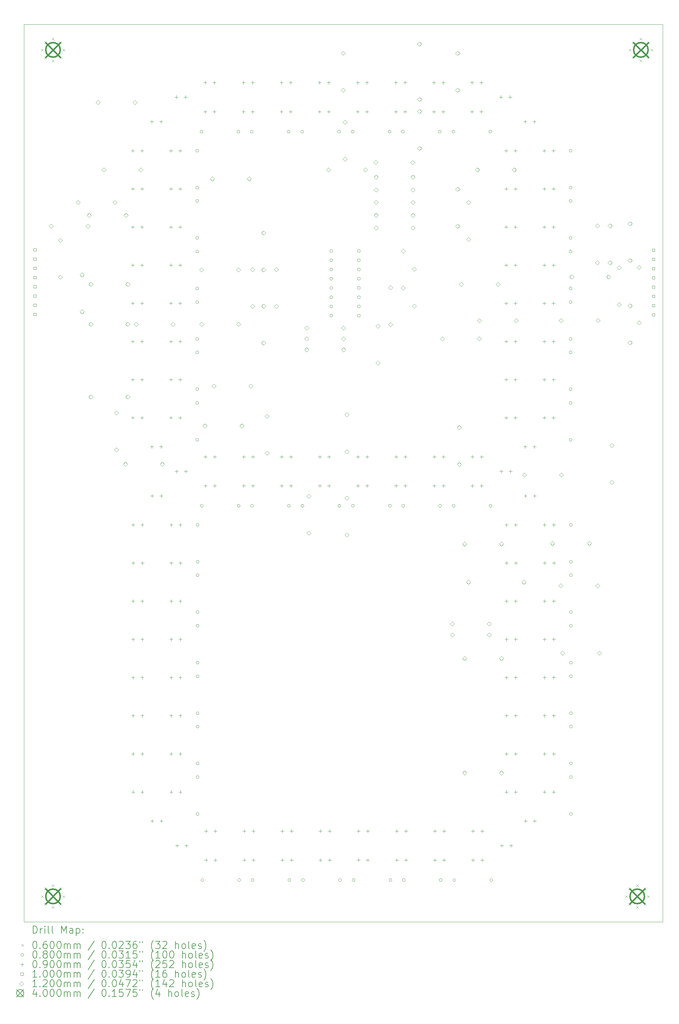
<source format=gbr>
%FSLAX45Y45*%
G04 Gerber Fmt 4.5, Leading zero omitted, Abs format (unit mm)*
G04 Created by KiCad (PCBNEW (6.0.6)) date 2022-09-29 15:29:26*
%MOMM*%
%LPD*%
G01*
G04 APERTURE LIST*
%TA.AperFunction,Profile*%
%ADD10C,0.100000*%
%TD*%
%ADD11C,0.200000*%
%ADD12C,0.060000*%
%ADD13C,0.080000*%
%ADD14C,0.090000*%
%ADD15C,0.100000*%
%ADD16C,0.120000*%
%ADD17C,0.400000*%
G04 APERTURE END LIST*
D10*
X56700000Y-1400000D02*
X39100000Y-1400000D01*
X39100000Y-1400000D02*
X39100000Y-26100000D01*
X39100000Y-26100000D02*
X56700000Y-26100000D01*
X56700000Y-26100000D02*
X56700000Y-1400000D01*
D11*
D12*
X39570000Y-2070000D02*
X39630000Y-2130000D01*
X39630000Y-2070000D02*
X39570000Y-2130000D01*
X39570000Y-25370000D02*
X39630000Y-25430000D01*
X39630000Y-25370000D02*
X39570000Y-25430000D01*
X39657868Y-1857868D02*
X39717868Y-1917868D01*
X39717868Y-1857868D02*
X39657868Y-1917868D01*
X39657868Y-2282132D02*
X39717868Y-2342132D01*
X39717868Y-2282132D02*
X39657868Y-2342132D01*
X39657868Y-25157868D02*
X39717868Y-25217868D01*
X39717868Y-25157868D02*
X39657868Y-25217868D01*
X39657868Y-25582132D02*
X39717868Y-25642132D01*
X39717868Y-25582132D02*
X39657868Y-25642132D01*
X39870000Y-1770000D02*
X39930000Y-1830000D01*
X39930000Y-1770000D02*
X39870000Y-1830000D01*
X39870000Y-2370000D02*
X39930000Y-2430000D01*
X39930000Y-2370000D02*
X39870000Y-2430000D01*
X39870000Y-25070000D02*
X39930000Y-25130000D01*
X39930000Y-25070000D02*
X39870000Y-25130000D01*
X39870000Y-25670000D02*
X39930000Y-25730000D01*
X39930000Y-25670000D02*
X39870000Y-25730000D01*
X40082132Y-1857868D02*
X40142132Y-1917868D01*
X40142132Y-1857868D02*
X40082132Y-1917868D01*
X40082132Y-2282132D02*
X40142132Y-2342132D01*
X40142132Y-2282132D02*
X40082132Y-2342132D01*
X40082132Y-25157868D02*
X40142132Y-25217868D01*
X40142132Y-25157868D02*
X40082132Y-25217868D01*
X40082132Y-25582132D02*
X40142132Y-25642132D01*
X40142132Y-25582132D02*
X40082132Y-25642132D01*
X40170000Y-2070000D02*
X40230000Y-2130000D01*
X40230000Y-2070000D02*
X40170000Y-2130000D01*
X40170000Y-25370000D02*
X40230000Y-25430000D01*
X40230000Y-25370000D02*
X40170000Y-25430000D01*
X55670000Y-25370000D02*
X55730000Y-25430000D01*
X55730000Y-25370000D02*
X55670000Y-25430000D01*
X55757868Y-25157868D02*
X55817868Y-25217868D01*
X55817868Y-25157868D02*
X55757868Y-25217868D01*
X55757868Y-25582132D02*
X55817868Y-25642132D01*
X55817868Y-25582132D02*
X55757868Y-25642132D01*
X55770000Y-2070000D02*
X55830000Y-2130000D01*
X55830000Y-2070000D02*
X55770000Y-2130000D01*
X55857868Y-1857868D02*
X55917868Y-1917868D01*
X55917868Y-1857868D02*
X55857868Y-1917868D01*
X55857868Y-2282132D02*
X55917868Y-2342132D01*
X55917868Y-2282132D02*
X55857868Y-2342132D01*
X55970000Y-25070000D02*
X56030000Y-25130000D01*
X56030000Y-25070000D02*
X55970000Y-25130000D01*
X55970000Y-25670000D02*
X56030000Y-25730000D01*
X56030000Y-25670000D02*
X55970000Y-25730000D01*
X56070000Y-1770000D02*
X56130000Y-1830000D01*
X56130000Y-1770000D02*
X56070000Y-1830000D01*
X56070000Y-2370000D02*
X56130000Y-2430000D01*
X56130000Y-2370000D02*
X56070000Y-2430000D01*
X56182132Y-25157868D02*
X56242132Y-25217868D01*
X56242132Y-25157868D02*
X56182132Y-25217868D01*
X56182132Y-25582132D02*
X56242132Y-25642132D01*
X56242132Y-25582132D02*
X56182132Y-25642132D01*
X56270000Y-25370000D02*
X56330000Y-25430000D01*
X56330000Y-25370000D02*
X56270000Y-25430000D01*
X56282132Y-1857868D02*
X56342132Y-1917868D01*
X56342132Y-1857868D02*
X56282132Y-1917868D01*
X56282132Y-2282132D02*
X56342132Y-2342132D01*
X56342132Y-2282132D02*
X56282132Y-2342132D01*
X56370000Y-2070000D02*
X56430000Y-2130000D01*
X56430000Y-2070000D02*
X56370000Y-2130000D01*
D13*
X43915000Y-4875000D02*
G75*
G03*
X43915000Y-4875000I-40000J0D01*
G01*
X43915000Y-5891000D02*
G75*
G03*
X43915000Y-5891000I-40000J0D01*
G01*
X43915000Y-6258000D02*
G75*
G03*
X43915000Y-6258000I-40000J0D01*
G01*
X43915000Y-7274000D02*
G75*
G03*
X43915000Y-7274000I-40000J0D01*
G01*
X43915000Y-7650000D02*
G75*
G03*
X43915000Y-7650000I-40000J0D01*
G01*
X43915000Y-8666000D02*
G75*
G03*
X43915000Y-8666000I-40000J0D01*
G01*
X43915000Y-9042000D02*
G75*
G03*
X43915000Y-9042000I-40000J0D01*
G01*
X43915000Y-10058000D02*
G75*
G03*
X43915000Y-10058000I-40000J0D01*
G01*
X43915000Y-10425000D02*
G75*
G03*
X43915000Y-10425000I-40000J0D01*
G01*
X43915000Y-11441000D02*
G75*
G03*
X43915000Y-11441000I-40000J0D01*
G01*
X43915000Y-11817000D02*
G75*
G03*
X43915000Y-11817000I-40000J0D01*
G01*
X43915000Y-12833000D02*
G75*
G03*
X43915000Y-12833000I-40000J0D01*
G01*
X43923000Y-15175000D02*
G75*
G03*
X43923000Y-15175000I-40000J0D01*
G01*
X43923000Y-16191000D02*
G75*
G03*
X43923000Y-16191000I-40000J0D01*
G01*
X43923000Y-16558000D02*
G75*
G03*
X43923000Y-16558000I-40000J0D01*
G01*
X43923000Y-17574000D02*
G75*
G03*
X43923000Y-17574000I-40000J0D01*
G01*
X43923000Y-17950000D02*
G75*
G03*
X43923000Y-17950000I-40000J0D01*
G01*
X43923000Y-18966000D02*
G75*
G03*
X43923000Y-18966000I-40000J0D01*
G01*
X43923000Y-19342000D02*
G75*
G03*
X43923000Y-19342000I-40000J0D01*
G01*
X43923000Y-20358000D02*
G75*
G03*
X43923000Y-20358000I-40000J0D01*
G01*
X43923000Y-20725000D02*
G75*
G03*
X43923000Y-20725000I-40000J0D01*
G01*
X43923000Y-21741000D02*
G75*
G03*
X43923000Y-21741000I-40000J0D01*
G01*
X43923000Y-22117000D02*
G75*
G03*
X43923000Y-22117000I-40000J0D01*
G01*
X43923000Y-23133000D02*
G75*
G03*
X43923000Y-23133000I-40000J0D01*
G01*
X44032000Y-4350000D02*
G75*
G03*
X44032000Y-4350000I-40000J0D01*
G01*
X44040000Y-14650000D02*
G75*
G03*
X44040000Y-14650000I-40000J0D01*
G01*
X44056250Y-24950750D02*
G75*
G03*
X44056250Y-24950750I-40000J0D01*
G01*
X45048000Y-4350000D02*
G75*
G03*
X45048000Y-4350000I-40000J0D01*
G01*
X45056000Y-14650000D02*
G75*
G03*
X45056000Y-14650000I-40000J0D01*
G01*
X45072250Y-24950750D02*
G75*
G03*
X45072250Y-24950750I-40000J0D01*
G01*
X45415000Y-4350000D02*
G75*
G03*
X45415000Y-4350000I-40000J0D01*
G01*
X45423000Y-14650000D02*
G75*
G03*
X45423000Y-14650000I-40000J0D01*
G01*
X45439250Y-24950750D02*
G75*
G03*
X45439250Y-24950750I-40000J0D01*
G01*
X46431000Y-4350000D02*
G75*
G03*
X46431000Y-4350000I-40000J0D01*
G01*
X46439000Y-14650000D02*
G75*
G03*
X46439000Y-14650000I-40000J0D01*
G01*
X46455250Y-24950750D02*
G75*
G03*
X46455250Y-24950750I-40000J0D01*
G01*
X46807000Y-4350000D02*
G75*
G03*
X46807000Y-4350000I-40000J0D01*
G01*
X46815000Y-14650000D02*
G75*
G03*
X46815000Y-14650000I-40000J0D01*
G01*
X46831250Y-24950750D02*
G75*
G03*
X46831250Y-24950750I-40000J0D01*
G01*
X47607500Y-7637500D02*
G75*
G03*
X47607500Y-7637500I-40000J0D01*
G01*
X47607500Y-7891500D02*
G75*
G03*
X47607500Y-7891500I-40000J0D01*
G01*
X47607500Y-8145500D02*
G75*
G03*
X47607500Y-8145500I-40000J0D01*
G01*
X47607500Y-8399500D02*
G75*
G03*
X47607500Y-8399500I-40000J0D01*
G01*
X47607500Y-8653500D02*
G75*
G03*
X47607500Y-8653500I-40000J0D01*
G01*
X47607500Y-8907500D02*
G75*
G03*
X47607500Y-8907500I-40000J0D01*
G01*
X47607500Y-9161500D02*
G75*
G03*
X47607500Y-9161500I-40000J0D01*
G01*
X47607500Y-9415500D02*
G75*
G03*
X47607500Y-9415500I-40000J0D01*
G01*
X47823000Y-4350000D02*
G75*
G03*
X47823000Y-4350000I-40000J0D01*
G01*
X47831000Y-14650000D02*
G75*
G03*
X47831000Y-14650000I-40000J0D01*
G01*
X47847250Y-24950750D02*
G75*
G03*
X47847250Y-24950750I-40000J0D01*
G01*
X48199000Y-4350000D02*
G75*
G03*
X48199000Y-4350000I-40000J0D01*
G01*
X48207000Y-14650000D02*
G75*
G03*
X48207000Y-14650000I-40000J0D01*
G01*
X48223250Y-24950750D02*
G75*
G03*
X48223250Y-24950750I-40000J0D01*
G01*
X48369500Y-7637500D02*
G75*
G03*
X48369500Y-7637500I-40000J0D01*
G01*
X48369500Y-7891500D02*
G75*
G03*
X48369500Y-7891500I-40000J0D01*
G01*
X48369500Y-8145500D02*
G75*
G03*
X48369500Y-8145500I-40000J0D01*
G01*
X48369500Y-8399500D02*
G75*
G03*
X48369500Y-8399500I-40000J0D01*
G01*
X48369500Y-8653500D02*
G75*
G03*
X48369500Y-8653500I-40000J0D01*
G01*
X48369500Y-8907500D02*
G75*
G03*
X48369500Y-8907500I-40000J0D01*
G01*
X48369500Y-9161500D02*
G75*
G03*
X48369500Y-9161500I-40000J0D01*
G01*
X48369500Y-9415500D02*
G75*
G03*
X48369500Y-9415500I-40000J0D01*
G01*
X49215000Y-4350000D02*
G75*
G03*
X49215000Y-4350000I-40000J0D01*
G01*
X49223000Y-14650000D02*
G75*
G03*
X49223000Y-14650000I-40000J0D01*
G01*
X49239250Y-24950750D02*
G75*
G03*
X49239250Y-24950750I-40000J0D01*
G01*
X49582000Y-4350000D02*
G75*
G03*
X49582000Y-4350000I-40000J0D01*
G01*
X49590000Y-14650000D02*
G75*
G03*
X49590000Y-14650000I-40000J0D01*
G01*
X49606250Y-24950750D02*
G75*
G03*
X49606250Y-24950750I-40000J0D01*
G01*
X50598000Y-4350000D02*
G75*
G03*
X50598000Y-4350000I-40000J0D01*
G01*
X50606000Y-14650000D02*
G75*
G03*
X50606000Y-14650000I-40000J0D01*
G01*
X50622250Y-24950750D02*
G75*
G03*
X50622250Y-24950750I-40000J0D01*
G01*
X50974000Y-4350000D02*
G75*
G03*
X50974000Y-4350000I-40000J0D01*
G01*
X50982000Y-14650000D02*
G75*
G03*
X50982000Y-14650000I-40000J0D01*
G01*
X50998250Y-24950750D02*
G75*
G03*
X50998250Y-24950750I-40000J0D01*
G01*
X51990000Y-4350000D02*
G75*
G03*
X51990000Y-4350000I-40000J0D01*
G01*
X51998000Y-14650000D02*
G75*
G03*
X51998000Y-14650000I-40000J0D01*
G01*
X52014250Y-24950750D02*
G75*
G03*
X52014250Y-24950750I-40000J0D01*
G01*
X54204500Y-4875000D02*
G75*
G03*
X54204500Y-4875000I-40000J0D01*
G01*
X54204500Y-5891000D02*
G75*
G03*
X54204500Y-5891000I-40000J0D01*
G01*
X54204500Y-6258000D02*
G75*
G03*
X54204500Y-6258000I-40000J0D01*
G01*
X54204500Y-7274000D02*
G75*
G03*
X54204500Y-7274000I-40000J0D01*
G01*
X54204500Y-7650000D02*
G75*
G03*
X54204500Y-7650000I-40000J0D01*
G01*
X54204500Y-8666000D02*
G75*
G03*
X54204500Y-8666000I-40000J0D01*
G01*
X54204500Y-9042000D02*
G75*
G03*
X54204500Y-9042000I-40000J0D01*
G01*
X54204500Y-10058000D02*
G75*
G03*
X54204500Y-10058000I-40000J0D01*
G01*
X54204500Y-10425000D02*
G75*
G03*
X54204500Y-10425000I-40000J0D01*
G01*
X54204500Y-11441000D02*
G75*
G03*
X54204500Y-11441000I-40000J0D01*
G01*
X54204500Y-11817000D02*
G75*
G03*
X54204500Y-11817000I-40000J0D01*
G01*
X54204500Y-12833000D02*
G75*
G03*
X54204500Y-12833000I-40000J0D01*
G01*
X54212500Y-15175000D02*
G75*
G03*
X54212500Y-15175000I-40000J0D01*
G01*
X54212500Y-16191000D02*
G75*
G03*
X54212500Y-16191000I-40000J0D01*
G01*
X54212500Y-16558000D02*
G75*
G03*
X54212500Y-16558000I-40000J0D01*
G01*
X54212500Y-17574000D02*
G75*
G03*
X54212500Y-17574000I-40000J0D01*
G01*
X54212500Y-17950000D02*
G75*
G03*
X54212500Y-17950000I-40000J0D01*
G01*
X54212500Y-18966000D02*
G75*
G03*
X54212500Y-18966000I-40000J0D01*
G01*
X54212500Y-19342000D02*
G75*
G03*
X54212500Y-19342000I-40000J0D01*
G01*
X54212500Y-20358000D02*
G75*
G03*
X54212500Y-20358000I-40000J0D01*
G01*
X54212500Y-20725000D02*
G75*
G03*
X54212500Y-20725000I-40000J0D01*
G01*
X54212500Y-21741000D02*
G75*
G03*
X54212500Y-21741000I-40000J0D01*
G01*
X54212500Y-22117000D02*
G75*
G03*
X54212500Y-22117000I-40000J0D01*
G01*
X54212500Y-23133000D02*
G75*
G03*
X54212500Y-23133000I-40000J0D01*
G01*
D14*
X42097000Y-9030000D02*
X42097000Y-9120000D01*
X42052000Y-9075000D02*
X42142000Y-9075000D01*
X42097000Y-12180000D02*
X42097000Y-12270000D01*
X42052000Y-12225000D02*
X42142000Y-12225000D01*
X42098500Y-4830000D02*
X42098500Y-4920000D01*
X42053500Y-4875000D02*
X42143500Y-4875000D01*
X42098500Y-6930000D02*
X42098500Y-7020000D01*
X42053500Y-6975000D02*
X42143500Y-6975000D01*
X42098500Y-7980000D02*
X42098500Y-8070000D01*
X42053500Y-8025000D02*
X42143500Y-8025000D01*
X42098500Y-10080000D02*
X42098500Y-10170000D01*
X42053500Y-10125000D02*
X42143500Y-10125000D01*
X42098500Y-11130000D02*
X42098500Y-11220000D01*
X42053500Y-11175000D02*
X42143500Y-11175000D01*
X42100000Y-5880000D02*
X42100000Y-5970000D01*
X42055000Y-5925000D02*
X42145000Y-5925000D01*
X42105000Y-19330000D02*
X42105000Y-19420000D01*
X42060000Y-19375000D02*
X42150000Y-19375000D01*
X42105000Y-22480000D02*
X42105000Y-22570000D01*
X42060000Y-22525000D02*
X42150000Y-22525000D01*
X42106500Y-15130000D02*
X42106500Y-15220000D01*
X42061500Y-15175000D02*
X42151500Y-15175000D01*
X42106500Y-17230000D02*
X42106500Y-17320000D01*
X42061500Y-17275000D02*
X42151500Y-17275000D01*
X42106500Y-18280000D02*
X42106500Y-18370000D01*
X42061500Y-18325000D02*
X42151500Y-18325000D01*
X42106500Y-20380000D02*
X42106500Y-20470000D01*
X42061500Y-20425000D02*
X42151500Y-20425000D01*
X42106500Y-21430000D02*
X42106500Y-21520000D01*
X42061500Y-21475000D02*
X42151500Y-21475000D01*
X42108000Y-16180000D02*
X42108000Y-16270000D01*
X42063000Y-16225000D02*
X42153000Y-16225000D01*
X42351000Y-9030000D02*
X42351000Y-9120000D01*
X42306000Y-9075000D02*
X42396000Y-9075000D01*
X42351000Y-12180000D02*
X42351000Y-12270000D01*
X42306000Y-12225000D02*
X42396000Y-12225000D01*
X42352500Y-4830000D02*
X42352500Y-4920000D01*
X42307500Y-4875000D02*
X42397500Y-4875000D01*
X42352500Y-6930000D02*
X42352500Y-7020000D01*
X42307500Y-6975000D02*
X42397500Y-6975000D01*
X42352500Y-7980000D02*
X42352500Y-8070000D01*
X42307500Y-8025000D02*
X42397500Y-8025000D01*
X42352500Y-10080000D02*
X42352500Y-10170000D01*
X42307500Y-10125000D02*
X42397500Y-10125000D01*
X42352500Y-11130000D02*
X42352500Y-11220000D01*
X42307500Y-11175000D02*
X42397500Y-11175000D01*
X42354000Y-5880000D02*
X42354000Y-5970000D01*
X42309000Y-5925000D02*
X42399000Y-5925000D01*
X42359000Y-19330000D02*
X42359000Y-19420000D01*
X42314000Y-19375000D02*
X42404000Y-19375000D01*
X42359000Y-22480000D02*
X42359000Y-22570000D01*
X42314000Y-22525000D02*
X42404000Y-22525000D01*
X42360500Y-15130000D02*
X42360500Y-15220000D01*
X42315500Y-15175000D02*
X42405500Y-15175000D01*
X42360500Y-17230000D02*
X42360500Y-17320000D01*
X42315500Y-17275000D02*
X42405500Y-17275000D01*
X42360500Y-18280000D02*
X42360500Y-18370000D01*
X42315500Y-18325000D02*
X42405500Y-18325000D01*
X42360500Y-20380000D02*
X42360500Y-20470000D01*
X42315500Y-20425000D02*
X42405500Y-20425000D01*
X42360500Y-21430000D02*
X42360500Y-21520000D01*
X42315500Y-21475000D02*
X42405500Y-21475000D01*
X42362000Y-16180000D02*
X42362000Y-16270000D01*
X42317000Y-16225000D02*
X42407000Y-16225000D01*
X42621000Y-4030000D02*
X42621000Y-4120000D01*
X42576000Y-4075000D02*
X42666000Y-4075000D01*
X42623500Y-12980000D02*
X42623500Y-13070000D01*
X42578500Y-13025000D02*
X42668500Y-13025000D01*
X42629000Y-14330000D02*
X42629000Y-14420000D01*
X42584000Y-14375000D02*
X42674000Y-14375000D01*
X42631500Y-23280000D02*
X42631500Y-23370000D01*
X42586500Y-23325000D02*
X42676500Y-23325000D01*
X42875000Y-4030000D02*
X42875000Y-4120000D01*
X42830000Y-4075000D02*
X42920000Y-4075000D01*
X42877500Y-12980000D02*
X42877500Y-13070000D01*
X42832500Y-13025000D02*
X42922500Y-13025000D01*
X42883000Y-14330000D02*
X42883000Y-14420000D01*
X42838000Y-14375000D02*
X42928000Y-14375000D01*
X42885500Y-23280000D02*
X42885500Y-23370000D01*
X42840500Y-23325000D02*
X42930500Y-23325000D01*
X43147000Y-9030000D02*
X43147000Y-9120000D01*
X43102000Y-9075000D02*
X43192000Y-9075000D01*
X43147000Y-12180000D02*
X43147000Y-12270000D01*
X43102000Y-12225000D02*
X43192000Y-12225000D01*
X43148500Y-4830000D02*
X43148500Y-4920000D01*
X43103500Y-4875000D02*
X43193500Y-4875000D01*
X43148500Y-6930000D02*
X43148500Y-7020000D01*
X43103500Y-6975000D02*
X43193500Y-6975000D01*
X43148500Y-7980000D02*
X43148500Y-8070000D01*
X43103500Y-8025000D02*
X43193500Y-8025000D01*
X43148500Y-10080000D02*
X43148500Y-10170000D01*
X43103500Y-10125000D02*
X43193500Y-10125000D01*
X43148500Y-11130000D02*
X43148500Y-11220000D01*
X43103500Y-11175000D02*
X43193500Y-11175000D01*
X43150000Y-5880000D02*
X43150000Y-5970000D01*
X43105000Y-5925000D02*
X43195000Y-5925000D01*
X43155000Y-19330000D02*
X43155000Y-19420000D01*
X43110000Y-19375000D02*
X43200000Y-19375000D01*
X43155000Y-22480000D02*
X43155000Y-22570000D01*
X43110000Y-22525000D02*
X43200000Y-22525000D01*
X43156500Y-15130000D02*
X43156500Y-15220000D01*
X43111500Y-15175000D02*
X43201500Y-15175000D01*
X43156500Y-17230000D02*
X43156500Y-17320000D01*
X43111500Y-17275000D02*
X43201500Y-17275000D01*
X43156500Y-18280000D02*
X43156500Y-18370000D01*
X43111500Y-18325000D02*
X43201500Y-18325000D01*
X43156500Y-20380000D02*
X43156500Y-20470000D01*
X43111500Y-20425000D02*
X43201500Y-20425000D01*
X43156500Y-21430000D02*
X43156500Y-21520000D01*
X43111500Y-21475000D02*
X43201500Y-21475000D01*
X43158000Y-16180000D02*
X43158000Y-16270000D01*
X43113000Y-16225000D02*
X43203000Y-16225000D01*
X43296000Y-3355000D02*
X43296000Y-3445000D01*
X43251000Y-3400000D02*
X43341000Y-3400000D01*
X43304000Y-13655000D02*
X43304000Y-13745000D01*
X43259000Y-13700000D02*
X43349000Y-13700000D01*
X43320250Y-23955750D02*
X43320250Y-24045750D01*
X43275250Y-24000750D02*
X43365250Y-24000750D01*
X43401000Y-9030000D02*
X43401000Y-9120000D01*
X43356000Y-9075000D02*
X43446000Y-9075000D01*
X43401000Y-12180000D02*
X43401000Y-12270000D01*
X43356000Y-12225000D02*
X43446000Y-12225000D01*
X43402500Y-4830000D02*
X43402500Y-4920000D01*
X43357500Y-4875000D02*
X43447500Y-4875000D01*
X43402500Y-6930000D02*
X43402500Y-7020000D01*
X43357500Y-6975000D02*
X43447500Y-6975000D01*
X43402500Y-7980000D02*
X43402500Y-8070000D01*
X43357500Y-8025000D02*
X43447500Y-8025000D01*
X43402500Y-10080000D02*
X43402500Y-10170000D01*
X43357500Y-10125000D02*
X43447500Y-10125000D01*
X43402500Y-11130000D02*
X43402500Y-11220000D01*
X43357500Y-11175000D02*
X43447500Y-11175000D01*
X43404000Y-5880000D02*
X43404000Y-5970000D01*
X43359000Y-5925000D02*
X43449000Y-5925000D01*
X43409000Y-19330000D02*
X43409000Y-19420000D01*
X43364000Y-19375000D02*
X43454000Y-19375000D01*
X43409000Y-22480000D02*
X43409000Y-22570000D01*
X43364000Y-22525000D02*
X43454000Y-22525000D01*
X43410500Y-15130000D02*
X43410500Y-15220000D01*
X43365500Y-15175000D02*
X43455500Y-15175000D01*
X43410500Y-17230000D02*
X43410500Y-17320000D01*
X43365500Y-17275000D02*
X43455500Y-17275000D01*
X43410500Y-18280000D02*
X43410500Y-18370000D01*
X43365500Y-18325000D02*
X43455500Y-18325000D01*
X43410500Y-20380000D02*
X43410500Y-20470000D01*
X43365500Y-20425000D02*
X43455500Y-20425000D01*
X43410500Y-21430000D02*
X43410500Y-21520000D01*
X43365500Y-21475000D02*
X43455500Y-21475000D01*
X43412000Y-16180000D02*
X43412000Y-16270000D01*
X43367000Y-16225000D02*
X43457000Y-16225000D01*
X43550000Y-3355000D02*
X43550000Y-3445000D01*
X43505000Y-3400000D02*
X43595000Y-3400000D01*
X43558000Y-13655000D02*
X43558000Y-13745000D01*
X43513000Y-13700000D02*
X43603000Y-13700000D01*
X43574250Y-23955750D02*
X43574250Y-24045750D01*
X43529250Y-24000750D02*
X43619250Y-24000750D01*
X44093500Y-2955000D02*
X44093500Y-3045000D01*
X44048500Y-3000000D02*
X44138500Y-3000000D01*
X44093500Y-3755000D02*
X44093500Y-3845000D01*
X44048500Y-3800000D02*
X44138500Y-3800000D01*
X44101500Y-13255000D02*
X44101500Y-13345000D01*
X44056500Y-13300000D02*
X44146500Y-13300000D01*
X44101500Y-14055000D02*
X44101500Y-14145000D01*
X44056500Y-14100000D02*
X44146500Y-14100000D01*
X44117750Y-23555750D02*
X44117750Y-23645750D01*
X44072750Y-23600750D02*
X44162750Y-23600750D01*
X44117750Y-24355750D02*
X44117750Y-24445750D01*
X44072750Y-24400750D02*
X44162750Y-24400750D01*
X44347500Y-2955000D02*
X44347500Y-3045000D01*
X44302500Y-3000000D02*
X44392500Y-3000000D01*
X44347500Y-3755000D02*
X44347500Y-3845000D01*
X44302500Y-3800000D02*
X44392500Y-3800000D01*
X44355500Y-13255000D02*
X44355500Y-13345000D01*
X44310500Y-13300000D02*
X44400500Y-13300000D01*
X44355500Y-14055000D02*
X44355500Y-14145000D01*
X44310500Y-14100000D02*
X44400500Y-14100000D01*
X44371750Y-23555750D02*
X44371750Y-23645750D01*
X44326750Y-23600750D02*
X44416750Y-23600750D01*
X44371750Y-24355750D02*
X44371750Y-24445750D01*
X44326750Y-24400750D02*
X44416750Y-24400750D01*
X45147500Y-2955000D02*
X45147500Y-3045000D01*
X45102500Y-3000000D02*
X45192500Y-3000000D01*
X45147500Y-3755000D02*
X45147500Y-3845000D01*
X45102500Y-3800000D02*
X45192500Y-3800000D01*
X45155500Y-13255000D02*
X45155500Y-13345000D01*
X45110500Y-13300000D02*
X45200500Y-13300000D01*
X45155500Y-14055000D02*
X45155500Y-14145000D01*
X45110500Y-14100000D02*
X45200500Y-14100000D01*
X45171750Y-23555750D02*
X45171750Y-23645750D01*
X45126750Y-23600750D02*
X45216750Y-23600750D01*
X45171750Y-24355750D02*
X45171750Y-24445750D01*
X45126750Y-24400750D02*
X45216750Y-24400750D01*
X45401500Y-2955000D02*
X45401500Y-3045000D01*
X45356500Y-3000000D02*
X45446500Y-3000000D01*
X45401500Y-3755000D02*
X45401500Y-3845000D01*
X45356500Y-3800000D02*
X45446500Y-3800000D01*
X45409500Y-13255000D02*
X45409500Y-13345000D01*
X45364500Y-13300000D02*
X45454500Y-13300000D01*
X45409500Y-14055000D02*
X45409500Y-14145000D01*
X45364500Y-14100000D02*
X45454500Y-14100000D01*
X45425750Y-23555750D02*
X45425750Y-23645750D01*
X45380750Y-23600750D02*
X45470750Y-23600750D01*
X45425750Y-24355750D02*
X45425750Y-24445750D01*
X45380750Y-24400750D02*
X45470750Y-24400750D01*
X46193500Y-2955000D02*
X46193500Y-3045000D01*
X46148500Y-3000000D02*
X46238500Y-3000000D01*
X46193500Y-3755000D02*
X46193500Y-3845000D01*
X46148500Y-3800000D02*
X46238500Y-3800000D01*
X46201500Y-13255000D02*
X46201500Y-13345000D01*
X46156500Y-13300000D02*
X46246500Y-13300000D01*
X46201500Y-14055000D02*
X46201500Y-14145000D01*
X46156500Y-14100000D02*
X46246500Y-14100000D01*
X46217750Y-23555750D02*
X46217750Y-23645750D01*
X46172750Y-23600750D02*
X46262750Y-23600750D01*
X46217750Y-24355750D02*
X46217750Y-24445750D01*
X46172750Y-24400750D02*
X46262750Y-24400750D01*
X46447500Y-2955000D02*
X46447500Y-3045000D01*
X46402500Y-3000000D02*
X46492500Y-3000000D01*
X46447500Y-3755000D02*
X46447500Y-3845000D01*
X46402500Y-3800000D02*
X46492500Y-3800000D01*
X46455500Y-13255000D02*
X46455500Y-13345000D01*
X46410500Y-13300000D02*
X46500500Y-13300000D01*
X46455500Y-14055000D02*
X46455500Y-14145000D01*
X46410500Y-14100000D02*
X46500500Y-14100000D01*
X46471750Y-23555750D02*
X46471750Y-23645750D01*
X46426750Y-23600750D02*
X46516750Y-23600750D01*
X46471750Y-24355750D02*
X46471750Y-24445750D01*
X46426750Y-24400750D02*
X46516750Y-24400750D01*
X47243500Y-2955000D02*
X47243500Y-3045000D01*
X47198500Y-3000000D02*
X47288500Y-3000000D01*
X47243500Y-3755000D02*
X47243500Y-3845000D01*
X47198500Y-3800000D02*
X47288500Y-3800000D01*
X47251500Y-13255000D02*
X47251500Y-13345000D01*
X47206500Y-13300000D02*
X47296500Y-13300000D01*
X47251500Y-14055000D02*
X47251500Y-14145000D01*
X47206500Y-14100000D02*
X47296500Y-14100000D01*
X47267750Y-23555750D02*
X47267750Y-23645750D01*
X47222750Y-23600750D02*
X47312750Y-23600750D01*
X47267750Y-24355750D02*
X47267750Y-24445750D01*
X47222750Y-24400750D02*
X47312750Y-24400750D01*
X47497500Y-2955000D02*
X47497500Y-3045000D01*
X47452500Y-3000000D02*
X47542500Y-3000000D01*
X47497500Y-3755000D02*
X47497500Y-3845000D01*
X47452500Y-3800000D02*
X47542500Y-3800000D01*
X47505500Y-13255000D02*
X47505500Y-13345000D01*
X47460500Y-13300000D02*
X47550500Y-13300000D01*
X47505500Y-14055000D02*
X47505500Y-14145000D01*
X47460500Y-14100000D02*
X47550500Y-14100000D01*
X47521750Y-23555750D02*
X47521750Y-23645750D01*
X47476750Y-23600750D02*
X47566750Y-23600750D01*
X47521750Y-24355750D02*
X47521750Y-24445750D01*
X47476750Y-24400750D02*
X47566750Y-24400750D01*
X48293500Y-2955000D02*
X48293500Y-3045000D01*
X48248500Y-3000000D02*
X48338500Y-3000000D01*
X48293500Y-3755000D02*
X48293500Y-3845000D01*
X48248500Y-3800000D02*
X48338500Y-3800000D01*
X48301500Y-13255000D02*
X48301500Y-13345000D01*
X48256500Y-13300000D02*
X48346500Y-13300000D01*
X48301500Y-14055000D02*
X48301500Y-14145000D01*
X48256500Y-14100000D02*
X48346500Y-14100000D01*
X48317750Y-23555750D02*
X48317750Y-23645750D01*
X48272750Y-23600750D02*
X48362750Y-23600750D01*
X48317750Y-24355750D02*
X48317750Y-24445750D01*
X48272750Y-24400750D02*
X48362750Y-24400750D01*
X48547500Y-2955000D02*
X48547500Y-3045000D01*
X48502500Y-3000000D02*
X48592500Y-3000000D01*
X48547500Y-3755000D02*
X48547500Y-3845000D01*
X48502500Y-3800000D02*
X48592500Y-3800000D01*
X48555500Y-13255000D02*
X48555500Y-13345000D01*
X48510500Y-13300000D02*
X48600500Y-13300000D01*
X48555500Y-14055000D02*
X48555500Y-14145000D01*
X48510500Y-14100000D02*
X48600500Y-14100000D01*
X48571750Y-23555750D02*
X48571750Y-23645750D01*
X48526750Y-23600750D02*
X48616750Y-23600750D01*
X48571750Y-24355750D02*
X48571750Y-24445750D01*
X48526750Y-24400750D02*
X48616750Y-24400750D01*
X49347500Y-2955000D02*
X49347500Y-3045000D01*
X49302500Y-3000000D02*
X49392500Y-3000000D01*
X49347500Y-3755000D02*
X49347500Y-3845000D01*
X49302500Y-3800000D02*
X49392500Y-3800000D01*
X49355500Y-13255000D02*
X49355500Y-13345000D01*
X49310500Y-13300000D02*
X49400500Y-13300000D01*
X49355500Y-14055000D02*
X49355500Y-14145000D01*
X49310500Y-14100000D02*
X49400500Y-14100000D01*
X49371750Y-23555750D02*
X49371750Y-23645750D01*
X49326750Y-23600750D02*
X49416750Y-23600750D01*
X49371750Y-24355750D02*
X49371750Y-24445750D01*
X49326750Y-24400750D02*
X49416750Y-24400750D01*
X49601500Y-2955000D02*
X49601500Y-3045000D01*
X49556500Y-3000000D02*
X49646500Y-3000000D01*
X49601500Y-3755000D02*
X49601500Y-3845000D01*
X49556500Y-3800000D02*
X49646500Y-3800000D01*
X49609500Y-13255000D02*
X49609500Y-13345000D01*
X49564500Y-13300000D02*
X49654500Y-13300000D01*
X49609500Y-14055000D02*
X49609500Y-14145000D01*
X49564500Y-14100000D02*
X49654500Y-14100000D01*
X49625750Y-23555750D02*
X49625750Y-23645750D01*
X49580750Y-23600750D02*
X49670750Y-23600750D01*
X49625750Y-24355750D02*
X49625750Y-24445750D01*
X49580750Y-24400750D02*
X49670750Y-24400750D01*
X50397500Y-2955000D02*
X50397500Y-3045000D01*
X50352500Y-3000000D02*
X50442500Y-3000000D01*
X50397500Y-3755000D02*
X50397500Y-3845000D01*
X50352500Y-3800000D02*
X50442500Y-3800000D01*
X50405500Y-13255000D02*
X50405500Y-13345000D01*
X50360500Y-13300000D02*
X50450500Y-13300000D01*
X50405500Y-14055000D02*
X50405500Y-14145000D01*
X50360500Y-14100000D02*
X50450500Y-14100000D01*
X50421750Y-23555750D02*
X50421750Y-23645750D01*
X50376750Y-23600750D02*
X50466750Y-23600750D01*
X50421750Y-24355750D02*
X50421750Y-24445750D01*
X50376750Y-24400750D02*
X50466750Y-24400750D01*
X50651500Y-2955000D02*
X50651500Y-3045000D01*
X50606500Y-3000000D02*
X50696500Y-3000000D01*
X50651500Y-3755000D02*
X50651500Y-3845000D01*
X50606500Y-3800000D02*
X50696500Y-3800000D01*
X50659500Y-13255000D02*
X50659500Y-13345000D01*
X50614500Y-13300000D02*
X50704500Y-13300000D01*
X50659500Y-14055000D02*
X50659500Y-14145000D01*
X50614500Y-14100000D02*
X50704500Y-14100000D01*
X50675750Y-23555750D02*
X50675750Y-23645750D01*
X50630750Y-23600750D02*
X50720750Y-23600750D01*
X50675750Y-24355750D02*
X50675750Y-24445750D01*
X50630750Y-24400750D02*
X50720750Y-24400750D01*
X51447500Y-2955000D02*
X51447500Y-3045000D01*
X51402500Y-3000000D02*
X51492500Y-3000000D01*
X51447500Y-3755000D02*
X51447500Y-3845000D01*
X51402500Y-3800000D02*
X51492500Y-3800000D01*
X51455500Y-13255000D02*
X51455500Y-13345000D01*
X51410500Y-13300000D02*
X51500500Y-13300000D01*
X51455500Y-14055000D02*
X51455500Y-14145000D01*
X51410500Y-14100000D02*
X51500500Y-14100000D01*
X51471750Y-23555750D02*
X51471750Y-23645750D01*
X51426750Y-23600750D02*
X51516750Y-23600750D01*
X51471750Y-24355750D02*
X51471750Y-24445750D01*
X51426750Y-24400750D02*
X51516750Y-24400750D01*
X51701500Y-2955000D02*
X51701500Y-3045000D01*
X51656500Y-3000000D02*
X51746500Y-3000000D01*
X51701500Y-3755000D02*
X51701500Y-3845000D01*
X51656500Y-3800000D02*
X51746500Y-3800000D01*
X51709500Y-13255000D02*
X51709500Y-13345000D01*
X51664500Y-13300000D02*
X51754500Y-13300000D01*
X51709500Y-14055000D02*
X51709500Y-14145000D01*
X51664500Y-14100000D02*
X51754500Y-14100000D01*
X51725750Y-23555750D02*
X51725750Y-23645750D01*
X51680750Y-23600750D02*
X51770750Y-23600750D01*
X51725750Y-24355750D02*
X51725750Y-24445750D01*
X51680750Y-24400750D02*
X51770750Y-24400750D01*
X52243500Y-3355000D02*
X52243500Y-3445000D01*
X52198500Y-3400000D02*
X52288500Y-3400000D01*
X52251500Y-13655000D02*
X52251500Y-13745000D01*
X52206500Y-13700000D02*
X52296500Y-13700000D01*
X52267750Y-23955750D02*
X52267750Y-24045750D01*
X52222750Y-24000750D02*
X52312750Y-24000750D01*
X52386500Y-9030000D02*
X52386500Y-9120000D01*
X52341500Y-9075000D02*
X52431500Y-9075000D01*
X52386500Y-12180000D02*
X52386500Y-12270000D01*
X52341500Y-12225000D02*
X52431500Y-12225000D01*
X52388000Y-4830000D02*
X52388000Y-4920000D01*
X52343000Y-4875000D02*
X52433000Y-4875000D01*
X52388000Y-6930000D02*
X52388000Y-7020000D01*
X52343000Y-6975000D02*
X52433000Y-6975000D01*
X52388000Y-7980000D02*
X52388000Y-8070000D01*
X52343000Y-8025000D02*
X52433000Y-8025000D01*
X52388000Y-10080000D02*
X52388000Y-10170000D01*
X52343000Y-10125000D02*
X52433000Y-10125000D01*
X52388000Y-11130000D02*
X52388000Y-11220000D01*
X52343000Y-11175000D02*
X52433000Y-11175000D01*
X52389500Y-5880000D02*
X52389500Y-5970000D01*
X52344500Y-5925000D02*
X52434500Y-5925000D01*
X52394500Y-19330000D02*
X52394500Y-19420000D01*
X52349500Y-19375000D02*
X52439500Y-19375000D01*
X52394500Y-22480000D02*
X52394500Y-22570000D01*
X52349500Y-22525000D02*
X52439500Y-22525000D01*
X52396000Y-15130000D02*
X52396000Y-15220000D01*
X52351000Y-15175000D02*
X52441000Y-15175000D01*
X52396000Y-17230000D02*
X52396000Y-17320000D01*
X52351000Y-17275000D02*
X52441000Y-17275000D01*
X52396000Y-18280000D02*
X52396000Y-18370000D01*
X52351000Y-18325000D02*
X52441000Y-18325000D01*
X52396000Y-20380000D02*
X52396000Y-20470000D01*
X52351000Y-20425000D02*
X52441000Y-20425000D01*
X52396000Y-21430000D02*
X52396000Y-21520000D01*
X52351000Y-21475000D02*
X52441000Y-21475000D01*
X52397500Y-16180000D02*
X52397500Y-16270000D01*
X52352500Y-16225000D02*
X52442500Y-16225000D01*
X52497500Y-3355000D02*
X52497500Y-3445000D01*
X52452500Y-3400000D02*
X52542500Y-3400000D01*
X52505500Y-13655000D02*
X52505500Y-13745000D01*
X52460500Y-13700000D02*
X52550500Y-13700000D01*
X52521750Y-23955750D02*
X52521750Y-24045750D01*
X52476750Y-24000750D02*
X52566750Y-24000750D01*
X52640500Y-9030000D02*
X52640500Y-9120000D01*
X52595500Y-9075000D02*
X52685500Y-9075000D01*
X52640500Y-12180000D02*
X52640500Y-12270000D01*
X52595500Y-12225000D02*
X52685500Y-12225000D01*
X52642000Y-4830000D02*
X52642000Y-4920000D01*
X52597000Y-4875000D02*
X52687000Y-4875000D01*
X52642000Y-6930000D02*
X52642000Y-7020000D01*
X52597000Y-6975000D02*
X52687000Y-6975000D01*
X52642000Y-7980000D02*
X52642000Y-8070000D01*
X52597000Y-8025000D02*
X52687000Y-8025000D01*
X52642000Y-10080000D02*
X52642000Y-10170000D01*
X52597000Y-10125000D02*
X52687000Y-10125000D01*
X52642000Y-11130000D02*
X52642000Y-11220000D01*
X52597000Y-11175000D02*
X52687000Y-11175000D01*
X52643500Y-5880000D02*
X52643500Y-5970000D01*
X52598500Y-5925000D02*
X52688500Y-5925000D01*
X52648500Y-19330000D02*
X52648500Y-19420000D01*
X52603500Y-19375000D02*
X52693500Y-19375000D01*
X52648500Y-22480000D02*
X52648500Y-22570000D01*
X52603500Y-22525000D02*
X52693500Y-22525000D01*
X52650000Y-15130000D02*
X52650000Y-15220000D01*
X52605000Y-15175000D02*
X52695000Y-15175000D01*
X52650000Y-17230000D02*
X52650000Y-17320000D01*
X52605000Y-17275000D02*
X52695000Y-17275000D01*
X52650000Y-18280000D02*
X52650000Y-18370000D01*
X52605000Y-18325000D02*
X52695000Y-18325000D01*
X52650000Y-20380000D02*
X52650000Y-20470000D01*
X52605000Y-20425000D02*
X52695000Y-20425000D01*
X52650000Y-21430000D02*
X52650000Y-21520000D01*
X52605000Y-21475000D02*
X52695000Y-21475000D01*
X52651500Y-16180000D02*
X52651500Y-16270000D01*
X52606500Y-16225000D02*
X52696500Y-16225000D01*
X52910500Y-4030000D02*
X52910500Y-4120000D01*
X52865500Y-4075000D02*
X52955500Y-4075000D01*
X52913000Y-12980000D02*
X52913000Y-13070000D01*
X52868000Y-13025000D02*
X52958000Y-13025000D01*
X52918500Y-14330000D02*
X52918500Y-14420000D01*
X52873500Y-14375000D02*
X52963500Y-14375000D01*
X52921000Y-23280000D02*
X52921000Y-23370000D01*
X52876000Y-23325000D02*
X52966000Y-23325000D01*
X53164500Y-4030000D02*
X53164500Y-4120000D01*
X53119500Y-4075000D02*
X53209500Y-4075000D01*
X53167000Y-12980000D02*
X53167000Y-13070000D01*
X53122000Y-13025000D02*
X53212000Y-13025000D01*
X53172500Y-14330000D02*
X53172500Y-14420000D01*
X53127500Y-14375000D02*
X53217500Y-14375000D01*
X53175000Y-23280000D02*
X53175000Y-23370000D01*
X53130000Y-23325000D02*
X53220000Y-23325000D01*
X53436500Y-9030000D02*
X53436500Y-9120000D01*
X53391500Y-9075000D02*
X53481500Y-9075000D01*
X53436500Y-12180000D02*
X53436500Y-12270000D01*
X53391500Y-12225000D02*
X53481500Y-12225000D01*
X53438000Y-4830000D02*
X53438000Y-4920000D01*
X53393000Y-4875000D02*
X53483000Y-4875000D01*
X53438000Y-6930000D02*
X53438000Y-7020000D01*
X53393000Y-6975000D02*
X53483000Y-6975000D01*
X53438000Y-7980000D02*
X53438000Y-8070000D01*
X53393000Y-8025000D02*
X53483000Y-8025000D01*
X53438000Y-10080000D02*
X53438000Y-10170000D01*
X53393000Y-10125000D02*
X53483000Y-10125000D01*
X53438000Y-11130000D02*
X53438000Y-11220000D01*
X53393000Y-11175000D02*
X53483000Y-11175000D01*
X53439500Y-5880000D02*
X53439500Y-5970000D01*
X53394500Y-5925000D02*
X53484500Y-5925000D01*
X53444500Y-19330000D02*
X53444500Y-19420000D01*
X53399500Y-19375000D02*
X53489500Y-19375000D01*
X53444500Y-22480000D02*
X53444500Y-22570000D01*
X53399500Y-22525000D02*
X53489500Y-22525000D01*
X53446000Y-15130000D02*
X53446000Y-15220000D01*
X53401000Y-15175000D02*
X53491000Y-15175000D01*
X53446000Y-17230000D02*
X53446000Y-17320000D01*
X53401000Y-17275000D02*
X53491000Y-17275000D01*
X53446000Y-18280000D02*
X53446000Y-18370000D01*
X53401000Y-18325000D02*
X53491000Y-18325000D01*
X53446000Y-20380000D02*
X53446000Y-20470000D01*
X53401000Y-20425000D02*
X53491000Y-20425000D01*
X53446000Y-21430000D02*
X53446000Y-21520000D01*
X53401000Y-21475000D02*
X53491000Y-21475000D01*
X53447500Y-16180000D02*
X53447500Y-16270000D01*
X53402500Y-16225000D02*
X53492500Y-16225000D01*
X53690500Y-9030000D02*
X53690500Y-9120000D01*
X53645500Y-9075000D02*
X53735500Y-9075000D01*
X53690500Y-12180000D02*
X53690500Y-12270000D01*
X53645500Y-12225000D02*
X53735500Y-12225000D01*
X53692000Y-4830000D02*
X53692000Y-4920000D01*
X53647000Y-4875000D02*
X53737000Y-4875000D01*
X53692000Y-6930000D02*
X53692000Y-7020000D01*
X53647000Y-6975000D02*
X53737000Y-6975000D01*
X53692000Y-7980000D02*
X53692000Y-8070000D01*
X53647000Y-8025000D02*
X53737000Y-8025000D01*
X53692000Y-10080000D02*
X53692000Y-10170000D01*
X53647000Y-10125000D02*
X53737000Y-10125000D01*
X53692000Y-11130000D02*
X53692000Y-11220000D01*
X53647000Y-11175000D02*
X53737000Y-11175000D01*
X53693500Y-5880000D02*
X53693500Y-5970000D01*
X53648500Y-5925000D02*
X53738500Y-5925000D01*
X53698500Y-19330000D02*
X53698500Y-19420000D01*
X53653500Y-19375000D02*
X53743500Y-19375000D01*
X53698500Y-22480000D02*
X53698500Y-22570000D01*
X53653500Y-22525000D02*
X53743500Y-22525000D01*
X53700000Y-15130000D02*
X53700000Y-15220000D01*
X53655000Y-15175000D02*
X53745000Y-15175000D01*
X53700000Y-17230000D02*
X53700000Y-17320000D01*
X53655000Y-17275000D02*
X53745000Y-17275000D01*
X53700000Y-18280000D02*
X53700000Y-18370000D01*
X53655000Y-18325000D02*
X53745000Y-18325000D01*
X53700000Y-20380000D02*
X53700000Y-20470000D01*
X53655000Y-20425000D02*
X53745000Y-20425000D01*
X53700000Y-21430000D02*
X53700000Y-21520000D01*
X53655000Y-21475000D02*
X53745000Y-21475000D01*
X53701500Y-16180000D02*
X53701500Y-16270000D01*
X53656500Y-16225000D02*
X53746500Y-16225000D01*
D15*
X39435356Y-7635356D02*
X39435356Y-7564644D01*
X39364644Y-7564644D01*
X39364644Y-7635356D01*
X39435356Y-7635356D01*
X39435356Y-7889356D02*
X39435356Y-7818644D01*
X39364644Y-7818644D01*
X39364644Y-7889356D01*
X39435356Y-7889356D01*
X39435356Y-8143356D02*
X39435356Y-8072644D01*
X39364644Y-8072644D01*
X39364644Y-8143356D01*
X39435356Y-8143356D01*
X39435356Y-8397356D02*
X39435356Y-8326644D01*
X39364644Y-8326644D01*
X39364644Y-8397356D01*
X39435356Y-8397356D01*
X39435356Y-8651356D02*
X39435356Y-8580644D01*
X39364644Y-8580644D01*
X39364644Y-8651356D01*
X39435356Y-8651356D01*
X39435356Y-8905356D02*
X39435356Y-8834644D01*
X39364644Y-8834644D01*
X39364644Y-8905356D01*
X39435356Y-8905356D01*
X39435356Y-9159356D02*
X39435356Y-9088644D01*
X39364644Y-9088644D01*
X39364644Y-9159356D01*
X39435356Y-9159356D01*
X39435356Y-9413356D02*
X39435356Y-9342644D01*
X39364644Y-9342644D01*
X39364644Y-9413356D01*
X39435356Y-9413356D01*
X56485356Y-7647856D02*
X56485356Y-7577144D01*
X56414644Y-7577144D01*
X56414644Y-7647856D01*
X56485356Y-7647856D01*
X56485356Y-7901856D02*
X56485356Y-7831144D01*
X56414644Y-7831144D01*
X56414644Y-7901856D01*
X56485356Y-7901856D01*
X56485356Y-8155856D02*
X56485356Y-8085144D01*
X56414644Y-8085144D01*
X56414644Y-8155856D01*
X56485356Y-8155856D01*
X56485356Y-8409856D02*
X56485356Y-8339144D01*
X56414644Y-8339144D01*
X56414644Y-8409856D01*
X56485356Y-8409856D01*
X56485356Y-8663856D02*
X56485356Y-8593144D01*
X56414644Y-8593144D01*
X56414644Y-8663856D01*
X56485356Y-8663856D01*
X56485356Y-8917856D02*
X56485356Y-8847144D01*
X56414644Y-8847144D01*
X56414644Y-8917856D01*
X56485356Y-8917856D01*
X56485356Y-9171856D02*
X56485356Y-9101144D01*
X56414644Y-9101144D01*
X56414644Y-9171856D01*
X56485356Y-9171856D01*
X56485356Y-9425856D02*
X56485356Y-9355144D01*
X56414644Y-9355144D01*
X56414644Y-9425856D01*
X56485356Y-9425856D01*
D16*
X39842000Y-7010000D02*
X39902000Y-6950000D01*
X39842000Y-6890000D01*
X39782000Y-6950000D01*
X39842000Y-7010000D01*
X40100000Y-7402000D02*
X40160000Y-7342000D01*
X40100000Y-7282000D01*
X40040000Y-7342000D01*
X40100000Y-7402000D01*
X40100000Y-8418000D02*
X40160000Y-8358000D01*
X40100000Y-8298000D01*
X40040000Y-8358000D01*
X40100000Y-8418000D01*
X40592000Y-6360000D02*
X40652000Y-6300000D01*
X40592000Y-6240000D01*
X40532000Y-6300000D01*
X40592000Y-6360000D01*
X40700000Y-8352000D02*
X40760000Y-8292000D01*
X40700000Y-8232000D01*
X40640000Y-8292000D01*
X40700000Y-8352000D01*
X40700000Y-9368000D02*
X40760000Y-9308000D01*
X40700000Y-9248000D01*
X40640000Y-9308000D01*
X40700000Y-9368000D01*
X40858000Y-7010000D02*
X40918000Y-6950000D01*
X40858000Y-6890000D01*
X40798000Y-6950000D01*
X40858000Y-7010000D01*
X40892000Y-6710000D02*
X40952000Y-6650000D01*
X40892000Y-6590000D01*
X40832000Y-6650000D01*
X40892000Y-6710000D01*
X40942000Y-8610000D02*
X41002000Y-8550000D01*
X40942000Y-8490000D01*
X40882000Y-8550000D01*
X40942000Y-8610000D01*
X40942000Y-9710000D02*
X41002000Y-9650000D01*
X40942000Y-9590000D01*
X40882000Y-9650000D01*
X40942000Y-9710000D01*
X40942000Y-11710000D02*
X41002000Y-11650000D01*
X40942000Y-11590000D01*
X40882000Y-11650000D01*
X40942000Y-11710000D01*
X41142000Y-3610000D02*
X41202000Y-3550000D01*
X41142000Y-3490000D01*
X41082000Y-3550000D01*
X41142000Y-3610000D01*
X41300000Y-5460000D02*
X41360000Y-5400000D01*
X41300000Y-5340000D01*
X41240000Y-5400000D01*
X41300000Y-5460000D01*
X41608000Y-6360000D02*
X41668000Y-6300000D01*
X41608000Y-6240000D01*
X41548000Y-6300000D01*
X41608000Y-6360000D01*
X41650000Y-12152000D02*
X41710000Y-12092000D01*
X41650000Y-12032000D01*
X41590000Y-12092000D01*
X41650000Y-12152000D01*
X41650000Y-13168000D02*
X41710000Y-13108000D01*
X41650000Y-13048000D01*
X41590000Y-13108000D01*
X41650000Y-13168000D01*
X41892000Y-13560000D02*
X41952000Y-13500000D01*
X41892000Y-13440000D01*
X41832000Y-13500000D01*
X41892000Y-13560000D01*
X41908000Y-6710000D02*
X41968000Y-6650000D01*
X41908000Y-6590000D01*
X41848000Y-6650000D01*
X41908000Y-6710000D01*
X41958000Y-8610000D02*
X42018000Y-8550000D01*
X41958000Y-8490000D01*
X41898000Y-8550000D01*
X41958000Y-8610000D01*
X41958000Y-9710000D02*
X42018000Y-9650000D01*
X41958000Y-9590000D01*
X41898000Y-9650000D01*
X41958000Y-9710000D01*
X41958000Y-11710000D02*
X42018000Y-11650000D01*
X41958000Y-11590000D01*
X41898000Y-11650000D01*
X41958000Y-11710000D01*
X42158000Y-3610000D02*
X42218000Y-3550000D01*
X42158000Y-3490000D01*
X42098000Y-3550000D01*
X42158000Y-3610000D01*
X42192000Y-9710000D02*
X42252000Y-9650000D01*
X42192000Y-9590000D01*
X42132000Y-9650000D01*
X42192000Y-9710000D01*
X42316000Y-5460000D02*
X42376000Y-5400000D01*
X42316000Y-5340000D01*
X42256000Y-5400000D01*
X42316000Y-5460000D01*
X42908000Y-13560000D02*
X42968000Y-13500000D01*
X42908000Y-13440000D01*
X42848000Y-13500000D01*
X42908000Y-13560000D01*
X43208000Y-9710000D02*
X43268000Y-9650000D01*
X43208000Y-9590000D01*
X43148000Y-9650000D01*
X43208000Y-9710000D01*
X43992000Y-8210000D02*
X44052000Y-8150000D01*
X43992000Y-8090000D01*
X43932000Y-8150000D01*
X43992000Y-8210000D01*
X43992000Y-9710000D02*
X44052000Y-9650000D01*
X43992000Y-9590000D01*
X43932000Y-9650000D01*
X43992000Y-9710000D01*
X44084000Y-12510000D02*
X44144000Y-12450000D01*
X44084000Y-12390000D01*
X44024000Y-12450000D01*
X44084000Y-12510000D01*
X44292000Y-5710000D02*
X44352000Y-5650000D01*
X44292000Y-5590000D01*
X44232000Y-5650000D01*
X44292000Y-5710000D01*
X44334000Y-11410000D02*
X44394000Y-11350000D01*
X44334000Y-11290000D01*
X44274000Y-11350000D01*
X44334000Y-11410000D01*
X45008000Y-8210000D02*
X45068000Y-8150000D01*
X45008000Y-8090000D01*
X44948000Y-8150000D01*
X45008000Y-8210000D01*
X45008000Y-9710000D02*
X45068000Y-9650000D01*
X45008000Y-9590000D01*
X44948000Y-9650000D01*
X45008000Y-9710000D01*
X45100000Y-12510000D02*
X45160000Y-12450000D01*
X45100000Y-12390000D01*
X45040000Y-12450000D01*
X45100000Y-12510000D01*
X45308000Y-5710000D02*
X45368000Y-5650000D01*
X45308000Y-5590000D01*
X45248000Y-5650000D01*
X45308000Y-5710000D01*
X45350000Y-11410000D02*
X45410000Y-11350000D01*
X45350000Y-11290000D01*
X45290000Y-11350000D01*
X45350000Y-11410000D01*
X45400000Y-8202000D02*
X45460000Y-8142000D01*
X45400000Y-8082000D01*
X45340000Y-8142000D01*
X45400000Y-8202000D01*
X45400000Y-9218000D02*
X45460000Y-9158000D01*
X45400000Y-9098000D01*
X45340000Y-9158000D01*
X45400000Y-9218000D01*
X45700000Y-7194000D02*
X45760000Y-7134000D01*
X45700000Y-7074000D01*
X45640000Y-7134000D01*
X45700000Y-7194000D01*
X45700000Y-8210000D02*
X45760000Y-8150000D01*
X45700000Y-8090000D01*
X45640000Y-8150000D01*
X45700000Y-8210000D01*
X45700000Y-9210000D02*
X45760000Y-9150000D01*
X45700000Y-9090000D01*
X45640000Y-9150000D01*
X45700000Y-9210000D01*
X45700000Y-10226000D02*
X45760000Y-10166000D01*
X45700000Y-10106000D01*
X45640000Y-10166000D01*
X45700000Y-10226000D01*
X45800000Y-12244000D02*
X45860000Y-12184000D01*
X45800000Y-12124000D01*
X45740000Y-12184000D01*
X45800000Y-12244000D01*
X45800000Y-13260000D02*
X45860000Y-13200000D01*
X45800000Y-13140000D01*
X45740000Y-13200000D01*
X45800000Y-13260000D01*
X46050000Y-8202000D02*
X46110000Y-8142000D01*
X46050000Y-8082000D01*
X45990000Y-8142000D01*
X46050000Y-8202000D01*
X46050000Y-9218000D02*
X46110000Y-9158000D01*
X46050000Y-9098000D01*
X45990000Y-9158000D01*
X46050000Y-9218000D01*
X46892000Y-9810000D02*
X46952000Y-9750000D01*
X46892000Y-9690000D01*
X46832000Y-9750000D01*
X46892000Y-9810000D01*
X46892000Y-10110000D02*
X46952000Y-10050000D01*
X46892000Y-9990000D01*
X46832000Y-10050000D01*
X46892000Y-10110000D01*
X46892000Y-10410000D02*
X46952000Y-10350000D01*
X46892000Y-10290000D01*
X46832000Y-10350000D01*
X46892000Y-10410000D01*
X46950000Y-14444000D02*
X47010000Y-14384000D01*
X46950000Y-14324000D01*
X46890000Y-14384000D01*
X46950000Y-14444000D01*
X46950000Y-15460000D02*
X47010000Y-15400000D01*
X46950000Y-15340000D01*
X46890000Y-15400000D01*
X46950000Y-15460000D01*
X47492000Y-5460000D02*
X47552000Y-5400000D01*
X47492000Y-5340000D01*
X47432000Y-5400000D01*
X47492000Y-5460000D01*
X47900000Y-2252000D02*
X47960000Y-2192000D01*
X47900000Y-2132000D01*
X47840000Y-2192000D01*
X47900000Y-2252000D01*
X47900000Y-3268000D02*
X47960000Y-3208000D01*
X47900000Y-3148000D01*
X47840000Y-3208000D01*
X47900000Y-3268000D01*
X47908000Y-9810000D02*
X47968000Y-9750000D01*
X47908000Y-9690000D01*
X47848000Y-9750000D01*
X47908000Y-9810000D01*
X47908000Y-10110000D02*
X47968000Y-10050000D01*
X47908000Y-9990000D01*
X47848000Y-10050000D01*
X47908000Y-10110000D01*
X47908000Y-10410000D02*
X47968000Y-10350000D01*
X47908000Y-10290000D01*
X47848000Y-10350000D01*
X47908000Y-10410000D01*
X47950000Y-4152000D02*
X48010000Y-4092000D01*
X47950000Y-4032000D01*
X47890000Y-4092000D01*
X47950000Y-4152000D01*
X47950000Y-5168000D02*
X48010000Y-5108000D01*
X47950000Y-5048000D01*
X47890000Y-5108000D01*
X47950000Y-5168000D01*
X48000000Y-12202000D02*
X48060000Y-12142000D01*
X48000000Y-12082000D01*
X47940000Y-12142000D01*
X48000000Y-12202000D01*
X48000000Y-13218000D02*
X48060000Y-13158000D01*
X48000000Y-13098000D01*
X47940000Y-13158000D01*
X48000000Y-13218000D01*
X48000000Y-14494000D02*
X48060000Y-14434000D01*
X48000000Y-14374000D01*
X47940000Y-14434000D01*
X48000000Y-14494000D01*
X48000000Y-15510000D02*
X48060000Y-15450000D01*
X48000000Y-15390000D01*
X47940000Y-15450000D01*
X48000000Y-15510000D01*
X48508000Y-5460000D02*
X48568000Y-5400000D01*
X48508000Y-5340000D01*
X48448000Y-5400000D01*
X48508000Y-5460000D01*
X48792000Y-5260000D02*
X48852000Y-5200000D01*
X48792000Y-5140000D01*
X48732000Y-5200000D01*
X48792000Y-5260000D01*
X48800000Y-5660000D02*
X48860000Y-5600000D01*
X48800000Y-5540000D01*
X48740000Y-5600000D01*
X48800000Y-5660000D01*
X48800000Y-6010000D02*
X48860000Y-5950000D01*
X48800000Y-5890000D01*
X48740000Y-5950000D01*
X48800000Y-6010000D01*
X48800000Y-6360000D02*
X48860000Y-6300000D01*
X48800000Y-6240000D01*
X48740000Y-6300000D01*
X48800000Y-6360000D01*
X48800000Y-6710000D02*
X48860000Y-6650000D01*
X48800000Y-6590000D01*
X48740000Y-6650000D01*
X48800000Y-6710000D01*
X48800000Y-7060000D02*
X48860000Y-7000000D01*
X48800000Y-6940000D01*
X48740000Y-7000000D01*
X48800000Y-7060000D01*
X48850000Y-9760000D02*
X48910000Y-9700000D01*
X48850000Y-9640000D01*
X48790000Y-9700000D01*
X48850000Y-9760000D01*
X48850000Y-10776000D02*
X48910000Y-10716000D01*
X48850000Y-10656000D01*
X48790000Y-10716000D01*
X48850000Y-10776000D01*
X49200000Y-8702000D02*
X49260000Y-8642000D01*
X49200000Y-8582000D01*
X49140000Y-8642000D01*
X49200000Y-8702000D01*
X49200000Y-9718000D02*
X49260000Y-9658000D01*
X49200000Y-9598000D01*
X49140000Y-9658000D01*
X49200000Y-9718000D01*
X49550000Y-7694000D02*
X49610000Y-7634000D01*
X49550000Y-7574000D01*
X49490000Y-7634000D01*
X49550000Y-7694000D01*
X49550000Y-8710000D02*
X49610000Y-8650000D01*
X49550000Y-8590000D01*
X49490000Y-8650000D01*
X49550000Y-8710000D01*
X49808000Y-5260000D02*
X49868000Y-5200000D01*
X49808000Y-5140000D01*
X49748000Y-5200000D01*
X49808000Y-5260000D01*
X49816000Y-5660000D02*
X49876000Y-5600000D01*
X49816000Y-5540000D01*
X49756000Y-5600000D01*
X49816000Y-5660000D01*
X49816000Y-6010000D02*
X49876000Y-5950000D01*
X49816000Y-5890000D01*
X49756000Y-5950000D01*
X49816000Y-6010000D01*
X49816000Y-6360000D02*
X49876000Y-6300000D01*
X49816000Y-6240000D01*
X49756000Y-6300000D01*
X49816000Y-6360000D01*
X49816000Y-6710000D02*
X49876000Y-6650000D01*
X49816000Y-6590000D01*
X49756000Y-6650000D01*
X49816000Y-6710000D01*
X49816000Y-7060000D02*
X49876000Y-7000000D01*
X49816000Y-6940000D01*
X49756000Y-7000000D01*
X49816000Y-7060000D01*
X49850000Y-8194000D02*
X49910000Y-8134000D01*
X49850000Y-8074000D01*
X49790000Y-8134000D01*
X49850000Y-8194000D01*
X49850000Y-9210000D02*
X49910000Y-9150000D01*
X49850000Y-9090000D01*
X49790000Y-9150000D01*
X49850000Y-9210000D01*
X50000000Y-1998000D02*
X50060000Y-1938000D01*
X50000000Y-1878000D01*
X49940000Y-1938000D01*
X50000000Y-1998000D01*
X50000000Y-3522000D02*
X50060000Y-3462000D01*
X50000000Y-3402000D01*
X49940000Y-3462000D01*
X50000000Y-3522000D01*
X50000000Y-3852000D02*
X50060000Y-3792000D01*
X50000000Y-3732000D01*
X49940000Y-3792000D01*
X50000000Y-3852000D01*
X50000000Y-4868000D02*
X50060000Y-4808000D01*
X50000000Y-4748000D01*
X49940000Y-4808000D01*
X50000000Y-4868000D01*
X50634000Y-10110000D02*
X50694000Y-10050000D01*
X50634000Y-9990000D01*
X50574000Y-10050000D01*
X50634000Y-10110000D01*
X50900000Y-17960000D02*
X50960000Y-17900000D01*
X50900000Y-17840000D01*
X50840000Y-17900000D01*
X50900000Y-17960000D01*
X50900000Y-18260000D02*
X50960000Y-18200000D01*
X50900000Y-18140000D01*
X50840000Y-18200000D01*
X50900000Y-18260000D01*
X51050000Y-2252000D02*
X51110000Y-2192000D01*
X51050000Y-2132000D01*
X50990000Y-2192000D01*
X51050000Y-2252000D01*
X51050000Y-3268000D02*
X51110000Y-3208000D01*
X51050000Y-3148000D01*
X50990000Y-3208000D01*
X51050000Y-3268000D01*
X51050000Y-5994000D02*
X51110000Y-5934000D01*
X51050000Y-5874000D01*
X50990000Y-5934000D01*
X51050000Y-5994000D01*
X51050000Y-7010000D02*
X51110000Y-6950000D01*
X51050000Y-6890000D01*
X50990000Y-6950000D01*
X51050000Y-7010000D01*
X51100000Y-12552000D02*
X51160000Y-12492000D01*
X51100000Y-12432000D01*
X51040000Y-12492000D01*
X51100000Y-12552000D01*
X51100000Y-13568000D02*
X51160000Y-13508000D01*
X51100000Y-13448000D01*
X51040000Y-13508000D01*
X51100000Y-13568000D01*
X51150000Y-8610000D02*
X51210000Y-8550000D01*
X51150000Y-8490000D01*
X51090000Y-8550000D01*
X51150000Y-8610000D01*
X51242000Y-15760000D02*
X51302000Y-15700000D01*
X51242000Y-15640000D01*
X51182000Y-15700000D01*
X51242000Y-15760000D01*
X51242000Y-18910000D02*
X51302000Y-18850000D01*
X51242000Y-18790000D01*
X51182000Y-18850000D01*
X51242000Y-18910000D01*
X51242000Y-22060000D02*
X51302000Y-22000000D01*
X51242000Y-21940000D01*
X51182000Y-22000000D01*
X51242000Y-22060000D01*
X51350000Y-6360000D02*
X51410000Y-6300000D01*
X51350000Y-6240000D01*
X51290000Y-6300000D01*
X51350000Y-6360000D01*
X51350000Y-7376000D02*
X51410000Y-7316000D01*
X51350000Y-7256000D01*
X51290000Y-7316000D01*
X51350000Y-7376000D01*
X51350000Y-16810000D02*
X51410000Y-16750000D01*
X51350000Y-16690000D01*
X51290000Y-16750000D01*
X51350000Y-16810000D01*
X51592000Y-5460000D02*
X51652000Y-5400000D01*
X51592000Y-5340000D01*
X51532000Y-5400000D01*
X51592000Y-5460000D01*
X51650000Y-9610000D02*
X51710000Y-9550000D01*
X51650000Y-9490000D01*
X51590000Y-9550000D01*
X51650000Y-9610000D01*
X51650000Y-10110000D02*
X51710000Y-10050000D01*
X51650000Y-9990000D01*
X51590000Y-10050000D01*
X51650000Y-10110000D01*
X51916000Y-17960000D02*
X51976000Y-17900000D01*
X51916000Y-17840000D01*
X51856000Y-17900000D01*
X51916000Y-17960000D01*
X51916000Y-18260000D02*
X51976000Y-18200000D01*
X51916000Y-18140000D01*
X51856000Y-18200000D01*
X51916000Y-18260000D01*
X52166000Y-8610000D02*
X52226000Y-8550000D01*
X52166000Y-8490000D01*
X52106000Y-8550000D01*
X52166000Y-8610000D01*
X52258000Y-15760000D02*
X52318000Y-15700000D01*
X52258000Y-15640000D01*
X52198000Y-15700000D01*
X52258000Y-15760000D01*
X52258000Y-18910000D02*
X52318000Y-18850000D01*
X52258000Y-18790000D01*
X52198000Y-18850000D01*
X52258000Y-18910000D01*
X52258000Y-22060000D02*
X52318000Y-22000000D01*
X52258000Y-21940000D01*
X52198000Y-22000000D01*
X52258000Y-22060000D01*
X52608000Y-5460000D02*
X52668000Y-5400000D01*
X52608000Y-5340000D01*
X52548000Y-5400000D01*
X52608000Y-5460000D01*
X52666000Y-9610000D02*
X52726000Y-9550000D01*
X52666000Y-9490000D01*
X52606000Y-9550000D01*
X52666000Y-9610000D01*
X52874000Y-16810000D02*
X52934000Y-16750000D01*
X52874000Y-16690000D01*
X52814000Y-16750000D01*
X52874000Y-16810000D01*
X52892000Y-13860000D02*
X52952000Y-13800000D01*
X52892000Y-13740000D01*
X52832000Y-13800000D01*
X52892000Y-13860000D01*
X53664500Y-15743000D02*
X53724500Y-15683000D01*
X53664500Y-15623000D01*
X53604500Y-15683000D01*
X53664500Y-15743000D01*
X53892000Y-16910000D02*
X53952000Y-16850000D01*
X53892000Y-16790000D01*
X53832000Y-16850000D01*
X53892000Y-16910000D01*
X53900000Y-9610000D02*
X53960000Y-9550000D01*
X53900000Y-9490000D01*
X53840000Y-9550000D01*
X53900000Y-9610000D01*
X53908000Y-13860000D02*
X53968000Y-13800000D01*
X53908000Y-13740000D01*
X53848000Y-13800000D01*
X53908000Y-13860000D01*
X53942000Y-18760000D02*
X54002000Y-18700000D01*
X53942000Y-18640000D01*
X53882000Y-18700000D01*
X53942000Y-18760000D01*
X54192000Y-8410000D02*
X54252000Y-8350000D01*
X54192000Y-8290000D01*
X54132000Y-8350000D01*
X54192000Y-8410000D01*
X54680500Y-15743000D02*
X54740500Y-15683000D01*
X54680500Y-15623000D01*
X54620500Y-15683000D01*
X54680500Y-15743000D01*
X54900000Y-7002000D02*
X54960000Y-6942000D01*
X54900000Y-6882000D01*
X54840000Y-6942000D01*
X54900000Y-7002000D01*
X54900000Y-8018000D02*
X54960000Y-7958000D01*
X54900000Y-7898000D01*
X54840000Y-7958000D01*
X54900000Y-8018000D01*
X54908000Y-16910000D02*
X54968000Y-16850000D01*
X54908000Y-16790000D01*
X54848000Y-16850000D01*
X54908000Y-16910000D01*
X54916000Y-9610000D02*
X54976000Y-9550000D01*
X54916000Y-9490000D01*
X54856000Y-9550000D01*
X54916000Y-9610000D01*
X54958000Y-18760000D02*
X55018000Y-18700000D01*
X54958000Y-18640000D01*
X54898000Y-18700000D01*
X54958000Y-18760000D01*
X55208000Y-8410000D02*
X55268000Y-8350000D01*
X55208000Y-8290000D01*
X55148000Y-8350000D01*
X55208000Y-8410000D01*
X55250000Y-7002000D02*
X55310000Y-6942000D01*
X55250000Y-6882000D01*
X55190000Y-6942000D01*
X55250000Y-7002000D01*
X55250000Y-8018000D02*
X55310000Y-7958000D01*
X55250000Y-7898000D01*
X55190000Y-7958000D01*
X55250000Y-8018000D01*
X55300000Y-13044000D02*
X55360000Y-12984000D01*
X55300000Y-12924000D01*
X55240000Y-12984000D01*
X55300000Y-13044000D01*
X55300000Y-14060000D02*
X55360000Y-14000000D01*
X55300000Y-13940000D01*
X55240000Y-14000000D01*
X55300000Y-14060000D01*
X55500000Y-8152000D02*
X55560000Y-8092000D01*
X55500000Y-8032000D01*
X55440000Y-8092000D01*
X55500000Y-8152000D01*
X55500000Y-9168000D02*
X55560000Y-9108000D01*
X55500000Y-9048000D01*
X55440000Y-9108000D01*
X55500000Y-9168000D01*
X55800000Y-6944000D02*
X55860000Y-6884000D01*
X55800000Y-6824000D01*
X55740000Y-6884000D01*
X55800000Y-6944000D01*
X55800000Y-7960000D02*
X55860000Y-7900000D01*
X55800000Y-7840000D01*
X55740000Y-7900000D01*
X55800000Y-7960000D01*
X55800000Y-9202000D02*
X55860000Y-9142000D01*
X55800000Y-9082000D01*
X55740000Y-9142000D01*
X55800000Y-9202000D01*
X55800000Y-10218000D02*
X55860000Y-10158000D01*
X55800000Y-10098000D01*
X55740000Y-10158000D01*
X55800000Y-10218000D01*
X56050000Y-8148000D02*
X56110000Y-8088000D01*
X56050000Y-8028000D01*
X55990000Y-8088000D01*
X56050000Y-8148000D01*
X56050000Y-9672000D02*
X56110000Y-9612000D01*
X56050000Y-9552000D01*
X55990000Y-9612000D01*
X56050000Y-9672000D01*
D17*
X39700000Y-1900000D02*
X40100000Y-2300000D01*
X40100000Y-1900000D02*
X39700000Y-2300000D01*
X40100000Y-2100000D02*
G75*
G03*
X40100000Y-2100000I-200000J0D01*
G01*
X39700000Y-25200000D02*
X40100000Y-25600000D01*
X40100000Y-25200000D02*
X39700000Y-25600000D01*
X40100000Y-25400000D02*
G75*
G03*
X40100000Y-25400000I-200000J0D01*
G01*
X55800000Y-25200000D02*
X56200000Y-25600000D01*
X56200000Y-25200000D02*
X55800000Y-25600000D01*
X56200000Y-25400000D02*
G75*
G03*
X56200000Y-25400000I-200000J0D01*
G01*
X55900000Y-1900000D02*
X56300000Y-2300000D01*
X56300000Y-1900000D02*
X55900000Y-2300000D01*
X56300000Y-2100000D02*
G75*
G03*
X56300000Y-2100000I-200000J0D01*
G01*
D11*
X39352619Y-26415476D02*
X39352619Y-26215476D01*
X39400238Y-26215476D01*
X39428810Y-26225000D01*
X39447857Y-26244048D01*
X39457381Y-26263095D01*
X39466905Y-26301190D01*
X39466905Y-26329762D01*
X39457381Y-26367857D01*
X39447857Y-26386905D01*
X39428810Y-26405952D01*
X39400238Y-26415476D01*
X39352619Y-26415476D01*
X39552619Y-26415476D02*
X39552619Y-26282143D01*
X39552619Y-26320238D02*
X39562143Y-26301190D01*
X39571667Y-26291667D01*
X39590714Y-26282143D01*
X39609762Y-26282143D01*
X39676429Y-26415476D02*
X39676429Y-26282143D01*
X39676429Y-26215476D02*
X39666905Y-26225000D01*
X39676429Y-26234524D01*
X39685952Y-26225000D01*
X39676429Y-26215476D01*
X39676429Y-26234524D01*
X39800238Y-26415476D02*
X39781190Y-26405952D01*
X39771667Y-26386905D01*
X39771667Y-26215476D01*
X39905000Y-26415476D02*
X39885952Y-26405952D01*
X39876429Y-26386905D01*
X39876429Y-26215476D01*
X40133571Y-26415476D02*
X40133571Y-26215476D01*
X40200238Y-26358333D01*
X40266905Y-26215476D01*
X40266905Y-26415476D01*
X40447857Y-26415476D02*
X40447857Y-26310714D01*
X40438333Y-26291667D01*
X40419286Y-26282143D01*
X40381190Y-26282143D01*
X40362143Y-26291667D01*
X40447857Y-26405952D02*
X40428810Y-26415476D01*
X40381190Y-26415476D01*
X40362143Y-26405952D01*
X40352619Y-26386905D01*
X40352619Y-26367857D01*
X40362143Y-26348809D01*
X40381190Y-26339286D01*
X40428810Y-26339286D01*
X40447857Y-26329762D01*
X40543095Y-26282143D02*
X40543095Y-26482143D01*
X40543095Y-26291667D02*
X40562143Y-26282143D01*
X40600238Y-26282143D01*
X40619286Y-26291667D01*
X40628810Y-26301190D01*
X40638333Y-26320238D01*
X40638333Y-26377381D01*
X40628810Y-26396428D01*
X40619286Y-26405952D01*
X40600238Y-26415476D01*
X40562143Y-26415476D01*
X40543095Y-26405952D01*
X40724048Y-26396428D02*
X40733571Y-26405952D01*
X40724048Y-26415476D01*
X40714524Y-26405952D01*
X40724048Y-26396428D01*
X40724048Y-26415476D01*
X40724048Y-26291667D02*
X40733571Y-26301190D01*
X40724048Y-26310714D01*
X40714524Y-26301190D01*
X40724048Y-26291667D01*
X40724048Y-26310714D01*
D12*
X39035000Y-26715000D02*
X39095000Y-26775000D01*
X39095000Y-26715000D02*
X39035000Y-26775000D01*
D11*
X39390714Y-26635476D02*
X39409762Y-26635476D01*
X39428810Y-26645000D01*
X39438333Y-26654524D01*
X39447857Y-26673571D01*
X39457381Y-26711667D01*
X39457381Y-26759286D01*
X39447857Y-26797381D01*
X39438333Y-26816428D01*
X39428810Y-26825952D01*
X39409762Y-26835476D01*
X39390714Y-26835476D01*
X39371667Y-26825952D01*
X39362143Y-26816428D01*
X39352619Y-26797381D01*
X39343095Y-26759286D01*
X39343095Y-26711667D01*
X39352619Y-26673571D01*
X39362143Y-26654524D01*
X39371667Y-26645000D01*
X39390714Y-26635476D01*
X39543095Y-26816428D02*
X39552619Y-26825952D01*
X39543095Y-26835476D01*
X39533571Y-26825952D01*
X39543095Y-26816428D01*
X39543095Y-26835476D01*
X39724048Y-26635476D02*
X39685952Y-26635476D01*
X39666905Y-26645000D01*
X39657381Y-26654524D01*
X39638333Y-26683095D01*
X39628810Y-26721190D01*
X39628810Y-26797381D01*
X39638333Y-26816428D01*
X39647857Y-26825952D01*
X39666905Y-26835476D01*
X39705000Y-26835476D01*
X39724048Y-26825952D01*
X39733571Y-26816428D01*
X39743095Y-26797381D01*
X39743095Y-26749762D01*
X39733571Y-26730714D01*
X39724048Y-26721190D01*
X39705000Y-26711667D01*
X39666905Y-26711667D01*
X39647857Y-26721190D01*
X39638333Y-26730714D01*
X39628810Y-26749762D01*
X39866905Y-26635476D02*
X39885952Y-26635476D01*
X39905000Y-26645000D01*
X39914524Y-26654524D01*
X39924048Y-26673571D01*
X39933571Y-26711667D01*
X39933571Y-26759286D01*
X39924048Y-26797381D01*
X39914524Y-26816428D01*
X39905000Y-26825952D01*
X39885952Y-26835476D01*
X39866905Y-26835476D01*
X39847857Y-26825952D01*
X39838333Y-26816428D01*
X39828810Y-26797381D01*
X39819286Y-26759286D01*
X39819286Y-26711667D01*
X39828810Y-26673571D01*
X39838333Y-26654524D01*
X39847857Y-26645000D01*
X39866905Y-26635476D01*
X40057381Y-26635476D02*
X40076429Y-26635476D01*
X40095476Y-26645000D01*
X40105000Y-26654524D01*
X40114524Y-26673571D01*
X40124048Y-26711667D01*
X40124048Y-26759286D01*
X40114524Y-26797381D01*
X40105000Y-26816428D01*
X40095476Y-26825952D01*
X40076429Y-26835476D01*
X40057381Y-26835476D01*
X40038333Y-26825952D01*
X40028810Y-26816428D01*
X40019286Y-26797381D01*
X40009762Y-26759286D01*
X40009762Y-26711667D01*
X40019286Y-26673571D01*
X40028810Y-26654524D01*
X40038333Y-26645000D01*
X40057381Y-26635476D01*
X40209762Y-26835476D02*
X40209762Y-26702143D01*
X40209762Y-26721190D02*
X40219286Y-26711667D01*
X40238333Y-26702143D01*
X40266905Y-26702143D01*
X40285952Y-26711667D01*
X40295476Y-26730714D01*
X40295476Y-26835476D01*
X40295476Y-26730714D02*
X40305000Y-26711667D01*
X40324048Y-26702143D01*
X40352619Y-26702143D01*
X40371667Y-26711667D01*
X40381190Y-26730714D01*
X40381190Y-26835476D01*
X40476429Y-26835476D02*
X40476429Y-26702143D01*
X40476429Y-26721190D02*
X40485952Y-26711667D01*
X40505000Y-26702143D01*
X40533571Y-26702143D01*
X40552619Y-26711667D01*
X40562143Y-26730714D01*
X40562143Y-26835476D01*
X40562143Y-26730714D02*
X40571667Y-26711667D01*
X40590714Y-26702143D01*
X40619286Y-26702143D01*
X40638333Y-26711667D01*
X40647857Y-26730714D01*
X40647857Y-26835476D01*
X41038333Y-26625952D02*
X40866905Y-26883095D01*
X41295476Y-26635476D02*
X41314524Y-26635476D01*
X41333571Y-26645000D01*
X41343095Y-26654524D01*
X41352619Y-26673571D01*
X41362143Y-26711667D01*
X41362143Y-26759286D01*
X41352619Y-26797381D01*
X41343095Y-26816428D01*
X41333571Y-26825952D01*
X41314524Y-26835476D01*
X41295476Y-26835476D01*
X41276429Y-26825952D01*
X41266905Y-26816428D01*
X41257381Y-26797381D01*
X41247857Y-26759286D01*
X41247857Y-26711667D01*
X41257381Y-26673571D01*
X41266905Y-26654524D01*
X41276429Y-26645000D01*
X41295476Y-26635476D01*
X41447857Y-26816428D02*
X41457381Y-26825952D01*
X41447857Y-26835476D01*
X41438333Y-26825952D01*
X41447857Y-26816428D01*
X41447857Y-26835476D01*
X41581190Y-26635476D02*
X41600238Y-26635476D01*
X41619286Y-26645000D01*
X41628810Y-26654524D01*
X41638333Y-26673571D01*
X41647857Y-26711667D01*
X41647857Y-26759286D01*
X41638333Y-26797381D01*
X41628810Y-26816428D01*
X41619286Y-26825952D01*
X41600238Y-26835476D01*
X41581190Y-26835476D01*
X41562143Y-26825952D01*
X41552619Y-26816428D01*
X41543095Y-26797381D01*
X41533571Y-26759286D01*
X41533571Y-26711667D01*
X41543095Y-26673571D01*
X41552619Y-26654524D01*
X41562143Y-26645000D01*
X41581190Y-26635476D01*
X41724048Y-26654524D02*
X41733571Y-26645000D01*
X41752619Y-26635476D01*
X41800238Y-26635476D01*
X41819286Y-26645000D01*
X41828810Y-26654524D01*
X41838333Y-26673571D01*
X41838333Y-26692619D01*
X41828810Y-26721190D01*
X41714524Y-26835476D01*
X41838333Y-26835476D01*
X41905000Y-26635476D02*
X42028810Y-26635476D01*
X41962143Y-26711667D01*
X41990714Y-26711667D01*
X42009762Y-26721190D01*
X42019286Y-26730714D01*
X42028810Y-26749762D01*
X42028810Y-26797381D01*
X42019286Y-26816428D01*
X42009762Y-26825952D01*
X41990714Y-26835476D01*
X41933571Y-26835476D01*
X41914524Y-26825952D01*
X41905000Y-26816428D01*
X42200238Y-26635476D02*
X42162143Y-26635476D01*
X42143095Y-26645000D01*
X42133571Y-26654524D01*
X42114524Y-26683095D01*
X42105000Y-26721190D01*
X42105000Y-26797381D01*
X42114524Y-26816428D01*
X42124048Y-26825952D01*
X42143095Y-26835476D01*
X42181190Y-26835476D01*
X42200238Y-26825952D01*
X42209762Y-26816428D01*
X42219286Y-26797381D01*
X42219286Y-26749762D01*
X42209762Y-26730714D01*
X42200238Y-26721190D01*
X42181190Y-26711667D01*
X42143095Y-26711667D01*
X42124048Y-26721190D01*
X42114524Y-26730714D01*
X42105000Y-26749762D01*
X42295476Y-26635476D02*
X42295476Y-26673571D01*
X42371667Y-26635476D02*
X42371667Y-26673571D01*
X42666905Y-26911667D02*
X42657381Y-26902143D01*
X42638333Y-26873571D01*
X42628810Y-26854524D01*
X42619286Y-26825952D01*
X42609762Y-26778333D01*
X42609762Y-26740238D01*
X42619286Y-26692619D01*
X42628810Y-26664048D01*
X42638333Y-26645000D01*
X42657381Y-26616428D01*
X42666905Y-26606905D01*
X42724048Y-26635476D02*
X42847857Y-26635476D01*
X42781190Y-26711667D01*
X42809762Y-26711667D01*
X42828810Y-26721190D01*
X42838333Y-26730714D01*
X42847857Y-26749762D01*
X42847857Y-26797381D01*
X42838333Y-26816428D01*
X42828810Y-26825952D01*
X42809762Y-26835476D01*
X42752619Y-26835476D01*
X42733571Y-26825952D01*
X42724048Y-26816428D01*
X42924048Y-26654524D02*
X42933571Y-26645000D01*
X42952619Y-26635476D01*
X43000238Y-26635476D01*
X43019286Y-26645000D01*
X43028810Y-26654524D01*
X43038333Y-26673571D01*
X43038333Y-26692619D01*
X43028810Y-26721190D01*
X42914524Y-26835476D01*
X43038333Y-26835476D01*
X43276429Y-26835476D02*
X43276429Y-26635476D01*
X43362143Y-26835476D02*
X43362143Y-26730714D01*
X43352619Y-26711667D01*
X43333571Y-26702143D01*
X43305000Y-26702143D01*
X43285952Y-26711667D01*
X43276429Y-26721190D01*
X43485952Y-26835476D02*
X43466905Y-26825952D01*
X43457381Y-26816428D01*
X43447857Y-26797381D01*
X43447857Y-26740238D01*
X43457381Y-26721190D01*
X43466905Y-26711667D01*
X43485952Y-26702143D01*
X43514524Y-26702143D01*
X43533571Y-26711667D01*
X43543095Y-26721190D01*
X43552619Y-26740238D01*
X43552619Y-26797381D01*
X43543095Y-26816428D01*
X43533571Y-26825952D01*
X43514524Y-26835476D01*
X43485952Y-26835476D01*
X43666905Y-26835476D02*
X43647857Y-26825952D01*
X43638333Y-26806905D01*
X43638333Y-26635476D01*
X43819286Y-26825952D02*
X43800238Y-26835476D01*
X43762143Y-26835476D01*
X43743095Y-26825952D01*
X43733571Y-26806905D01*
X43733571Y-26730714D01*
X43743095Y-26711667D01*
X43762143Y-26702143D01*
X43800238Y-26702143D01*
X43819286Y-26711667D01*
X43828810Y-26730714D01*
X43828810Y-26749762D01*
X43733571Y-26768809D01*
X43905000Y-26825952D02*
X43924048Y-26835476D01*
X43962143Y-26835476D01*
X43981190Y-26825952D01*
X43990714Y-26806905D01*
X43990714Y-26797381D01*
X43981190Y-26778333D01*
X43962143Y-26768809D01*
X43933571Y-26768809D01*
X43914524Y-26759286D01*
X43905000Y-26740238D01*
X43905000Y-26730714D01*
X43914524Y-26711667D01*
X43933571Y-26702143D01*
X43962143Y-26702143D01*
X43981190Y-26711667D01*
X44057381Y-26911667D02*
X44066905Y-26902143D01*
X44085952Y-26873571D01*
X44095476Y-26854524D01*
X44105000Y-26825952D01*
X44114524Y-26778333D01*
X44114524Y-26740238D01*
X44105000Y-26692619D01*
X44095476Y-26664048D01*
X44085952Y-26645000D01*
X44066905Y-26616428D01*
X44057381Y-26606905D01*
D13*
X39095000Y-27009000D02*
G75*
G03*
X39095000Y-27009000I-40000J0D01*
G01*
D11*
X39390714Y-26899476D02*
X39409762Y-26899476D01*
X39428810Y-26909000D01*
X39438333Y-26918524D01*
X39447857Y-26937571D01*
X39457381Y-26975667D01*
X39457381Y-27023286D01*
X39447857Y-27061381D01*
X39438333Y-27080428D01*
X39428810Y-27089952D01*
X39409762Y-27099476D01*
X39390714Y-27099476D01*
X39371667Y-27089952D01*
X39362143Y-27080428D01*
X39352619Y-27061381D01*
X39343095Y-27023286D01*
X39343095Y-26975667D01*
X39352619Y-26937571D01*
X39362143Y-26918524D01*
X39371667Y-26909000D01*
X39390714Y-26899476D01*
X39543095Y-27080428D02*
X39552619Y-27089952D01*
X39543095Y-27099476D01*
X39533571Y-27089952D01*
X39543095Y-27080428D01*
X39543095Y-27099476D01*
X39666905Y-26985190D02*
X39647857Y-26975667D01*
X39638333Y-26966143D01*
X39628810Y-26947095D01*
X39628810Y-26937571D01*
X39638333Y-26918524D01*
X39647857Y-26909000D01*
X39666905Y-26899476D01*
X39705000Y-26899476D01*
X39724048Y-26909000D01*
X39733571Y-26918524D01*
X39743095Y-26937571D01*
X39743095Y-26947095D01*
X39733571Y-26966143D01*
X39724048Y-26975667D01*
X39705000Y-26985190D01*
X39666905Y-26985190D01*
X39647857Y-26994714D01*
X39638333Y-27004238D01*
X39628810Y-27023286D01*
X39628810Y-27061381D01*
X39638333Y-27080428D01*
X39647857Y-27089952D01*
X39666905Y-27099476D01*
X39705000Y-27099476D01*
X39724048Y-27089952D01*
X39733571Y-27080428D01*
X39743095Y-27061381D01*
X39743095Y-27023286D01*
X39733571Y-27004238D01*
X39724048Y-26994714D01*
X39705000Y-26985190D01*
X39866905Y-26899476D02*
X39885952Y-26899476D01*
X39905000Y-26909000D01*
X39914524Y-26918524D01*
X39924048Y-26937571D01*
X39933571Y-26975667D01*
X39933571Y-27023286D01*
X39924048Y-27061381D01*
X39914524Y-27080428D01*
X39905000Y-27089952D01*
X39885952Y-27099476D01*
X39866905Y-27099476D01*
X39847857Y-27089952D01*
X39838333Y-27080428D01*
X39828810Y-27061381D01*
X39819286Y-27023286D01*
X39819286Y-26975667D01*
X39828810Y-26937571D01*
X39838333Y-26918524D01*
X39847857Y-26909000D01*
X39866905Y-26899476D01*
X40057381Y-26899476D02*
X40076429Y-26899476D01*
X40095476Y-26909000D01*
X40105000Y-26918524D01*
X40114524Y-26937571D01*
X40124048Y-26975667D01*
X40124048Y-27023286D01*
X40114524Y-27061381D01*
X40105000Y-27080428D01*
X40095476Y-27089952D01*
X40076429Y-27099476D01*
X40057381Y-27099476D01*
X40038333Y-27089952D01*
X40028810Y-27080428D01*
X40019286Y-27061381D01*
X40009762Y-27023286D01*
X40009762Y-26975667D01*
X40019286Y-26937571D01*
X40028810Y-26918524D01*
X40038333Y-26909000D01*
X40057381Y-26899476D01*
X40209762Y-27099476D02*
X40209762Y-26966143D01*
X40209762Y-26985190D02*
X40219286Y-26975667D01*
X40238333Y-26966143D01*
X40266905Y-26966143D01*
X40285952Y-26975667D01*
X40295476Y-26994714D01*
X40295476Y-27099476D01*
X40295476Y-26994714D02*
X40305000Y-26975667D01*
X40324048Y-26966143D01*
X40352619Y-26966143D01*
X40371667Y-26975667D01*
X40381190Y-26994714D01*
X40381190Y-27099476D01*
X40476429Y-27099476D02*
X40476429Y-26966143D01*
X40476429Y-26985190D02*
X40485952Y-26975667D01*
X40505000Y-26966143D01*
X40533571Y-26966143D01*
X40552619Y-26975667D01*
X40562143Y-26994714D01*
X40562143Y-27099476D01*
X40562143Y-26994714D02*
X40571667Y-26975667D01*
X40590714Y-26966143D01*
X40619286Y-26966143D01*
X40638333Y-26975667D01*
X40647857Y-26994714D01*
X40647857Y-27099476D01*
X41038333Y-26889952D02*
X40866905Y-27147095D01*
X41295476Y-26899476D02*
X41314524Y-26899476D01*
X41333571Y-26909000D01*
X41343095Y-26918524D01*
X41352619Y-26937571D01*
X41362143Y-26975667D01*
X41362143Y-27023286D01*
X41352619Y-27061381D01*
X41343095Y-27080428D01*
X41333571Y-27089952D01*
X41314524Y-27099476D01*
X41295476Y-27099476D01*
X41276429Y-27089952D01*
X41266905Y-27080428D01*
X41257381Y-27061381D01*
X41247857Y-27023286D01*
X41247857Y-26975667D01*
X41257381Y-26937571D01*
X41266905Y-26918524D01*
X41276429Y-26909000D01*
X41295476Y-26899476D01*
X41447857Y-27080428D02*
X41457381Y-27089952D01*
X41447857Y-27099476D01*
X41438333Y-27089952D01*
X41447857Y-27080428D01*
X41447857Y-27099476D01*
X41581190Y-26899476D02*
X41600238Y-26899476D01*
X41619286Y-26909000D01*
X41628810Y-26918524D01*
X41638333Y-26937571D01*
X41647857Y-26975667D01*
X41647857Y-27023286D01*
X41638333Y-27061381D01*
X41628810Y-27080428D01*
X41619286Y-27089952D01*
X41600238Y-27099476D01*
X41581190Y-27099476D01*
X41562143Y-27089952D01*
X41552619Y-27080428D01*
X41543095Y-27061381D01*
X41533571Y-27023286D01*
X41533571Y-26975667D01*
X41543095Y-26937571D01*
X41552619Y-26918524D01*
X41562143Y-26909000D01*
X41581190Y-26899476D01*
X41714524Y-26899476D02*
X41838333Y-26899476D01*
X41771667Y-26975667D01*
X41800238Y-26975667D01*
X41819286Y-26985190D01*
X41828810Y-26994714D01*
X41838333Y-27013762D01*
X41838333Y-27061381D01*
X41828810Y-27080428D01*
X41819286Y-27089952D01*
X41800238Y-27099476D01*
X41743095Y-27099476D01*
X41724048Y-27089952D01*
X41714524Y-27080428D01*
X42028810Y-27099476D02*
X41914524Y-27099476D01*
X41971667Y-27099476D02*
X41971667Y-26899476D01*
X41952619Y-26928048D01*
X41933571Y-26947095D01*
X41914524Y-26956619D01*
X42209762Y-26899476D02*
X42114524Y-26899476D01*
X42105000Y-26994714D01*
X42114524Y-26985190D01*
X42133571Y-26975667D01*
X42181190Y-26975667D01*
X42200238Y-26985190D01*
X42209762Y-26994714D01*
X42219286Y-27013762D01*
X42219286Y-27061381D01*
X42209762Y-27080428D01*
X42200238Y-27089952D01*
X42181190Y-27099476D01*
X42133571Y-27099476D01*
X42114524Y-27089952D01*
X42105000Y-27080428D01*
X42295476Y-26899476D02*
X42295476Y-26937571D01*
X42371667Y-26899476D02*
X42371667Y-26937571D01*
X42666905Y-27175667D02*
X42657381Y-27166143D01*
X42638333Y-27137571D01*
X42628810Y-27118524D01*
X42619286Y-27089952D01*
X42609762Y-27042333D01*
X42609762Y-27004238D01*
X42619286Y-26956619D01*
X42628810Y-26928048D01*
X42638333Y-26909000D01*
X42657381Y-26880428D01*
X42666905Y-26870905D01*
X42847857Y-27099476D02*
X42733571Y-27099476D01*
X42790714Y-27099476D02*
X42790714Y-26899476D01*
X42771667Y-26928048D01*
X42752619Y-26947095D01*
X42733571Y-26956619D01*
X42971667Y-26899476D02*
X42990714Y-26899476D01*
X43009762Y-26909000D01*
X43019286Y-26918524D01*
X43028810Y-26937571D01*
X43038333Y-26975667D01*
X43038333Y-27023286D01*
X43028810Y-27061381D01*
X43019286Y-27080428D01*
X43009762Y-27089952D01*
X42990714Y-27099476D01*
X42971667Y-27099476D01*
X42952619Y-27089952D01*
X42943095Y-27080428D01*
X42933571Y-27061381D01*
X42924048Y-27023286D01*
X42924048Y-26975667D01*
X42933571Y-26937571D01*
X42943095Y-26918524D01*
X42952619Y-26909000D01*
X42971667Y-26899476D01*
X43162143Y-26899476D02*
X43181190Y-26899476D01*
X43200238Y-26909000D01*
X43209762Y-26918524D01*
X43219286Y-26937571D01*
X43228810Y-26975667D01*
X43228810Y-27023286D01*
X43219286Y-27061381D01*
X43209762Y-27080428D01*
X43200238Y-27089952D01*
X43181190Y-27099476D01*
X43162143Y-27099476D01*
X43143095Y-27089952D01*
X43133571Y-27080428D01*
X43124048Y-27061381D01*
X43114524Y-27023286D01*
X43114524Y-26975667D01*
X43124048Y-26937571D01*
X43133571Y-26918524D01*
X43143095Y-26909000D01*
X43162143Y-26899476D01*
X43466905Y-27099476D02*
X43466905Y-26899476D01*
X43552619Y-27099476D02*
X43552619Y-26994714D01*
X43543095Y-26975667D01*
X43524048Y-26966143D01*
X43495476Y-26966143D01*
X43476429Y-26975667D01*
X43466905Y-26985190D01*
X43676429Y-27099476D02*
X43657381Y-27089952D01*
X43647857Y-27080428D01*
X43638333Y-27061381D01*
X43638333Y-27004238D01*
X43647857Y-26985190D01*
X43657381Y-26975667D01*
X43676429Y-26966143D01*
X43705000Y-26966143D01*
X43724048Y-26975667D01*
X43733571Y-26985190D01*
X43743095Y-27004238D01*
X43743095Y-27061381D01*
X43733571Y-27080428D01*
X43724048Y-27089952D01*
X43705000Y-27099476D01*
X43676429Y-27099476D01*
X43857381Y-27099476D02*
X43838333Y-27089952D01*
X43828810Y-27070905D01*
X43828810Y-26899476D01*
X44009762Y-27089952D02*
X43990714Y-27099476D01*
X43952619Y-27099476D01*
X43933571Y-27089952D01*
X43924048Y-27070905D01*
X43924048Y-26994714D01*
X43933571Y-26975667D01*
X43952619Y-26966143D01*
X43990714Y-26966143D01*
X44009762Y-26975667D01*
X44019286Y-26994714D01*
X44019286Y-27013762D01*
X43924048Y-27032809D01*
X44095476Y-27089952D02*
X44114524Y-27099476D01*
X44152619Y-27099476D01*
X44171667Y-27089952D01*
X44181190Y-27070905D01*
X44181190Y-27061381D01*
X44171667Y-27042333D01*
X44152619Y-27032809D01*
X44124048Y-27032809D01*
X44105000Y-27023286D01*
X44095476Y-27004238D01*
X44095476Y-26994714D01*
X44105000Y-26975667D01*
X44124048Y-26966143D01*
X44152619Y-26966143D01*
X44171667Y-26975667D01*
X44247857Y-27175667D02*
X44257381Y-27166143D01*
X44276429Y-27137571D01*
X44285952Y-27118524D01*
X44295476Y-27089952D01*
X44305000Y-27042333D01*
X44305000Y-27004238D01*
X44295476Y-26956619D01*
X44285952Y-26928048D01*
X44276429Y-26909000D01*
X44257381Y-26880428D01*
X44247857Y-26870905D01*
D14*
X39050000Y-27228000D02*
X39050000Y-27318000D01*
X39005000Y-27273000D02*
X39095000Y-27273000D01*
D11*
X39390714Y-27163476D02*
X39409762Y-27163476D01*
X39428810Y-27173000D01*
X39438333Y-27182524D01*
X39447857Y-27201571D01*
X39457381Y-27239667D01*
X39457381Y-27287286D01*
X39447857Y-27325381D01*
X39438333Y-27344428D01*
X39428810Y-27353952D01*
X39409762Y-27363476D01*
X39390714Y-27363476D01*
X39371667Y-27353952D01*
X39362143Y-27344428D01*
X39352619Y-27325381D01*
X39343095Y-27287286D01*
X39343095Y-27239667D01*
X39352619Y-27201571D01*
X39362143Y-27182524D01*
X39371667Y-27173000D01*
X39390714Y-27163476D01*
X39543095Y-27344428D02*
X39552619Y-27353952D01*
X39543095Y-27363476D01*
X39533571Y-27353952D01*
X39543095Y-27344428D01*
X39543095Y-27363476D01*
X39647857Y-27363476D02*
X39685952Y-27363476D01*
X39705000Y-27353952D01*
X39714524Y-27344428D01*
X39733571Y-27315857D01*
X39743095Y-27277762D01*
X39743095Y-27201571D01*
X39733571Y-27182524D01*
X39724048Y-27173000D01*
X39705000Y-27163476D01*
X39666905Y-27163476D01*
X39647857Y-27173000D01*
X39638333Y-27182524D01*
X39628810Y-27201571D01*
X39628810Y-27249190D01*
X39638333Y-27268238D01*
X39647857Y-27277762D01*
X39666905Y-27287286D01*
X39705000Y-27287286D01*
X39724048Y-27277762D01*
X39733571Y-27268238D01*
X39743095Y-27249190D01*
X39866905Y-27163476D02*
X39885952Y-27163476D01*
X39905000Y-27173000D01*
X39914524Y-27182524D01*
X39924048Y-27201571D01*
X39933571Y-27239667D01*
X39933571Y-27287286D01*
X39924048Y-27325381D01*
X39914524Y-27344428D01*
X39905000Y-27353952D01*
X39885952Y-27363476D01*
X39866905Y-27363476D01*
X39847857Y-27353952D01*
X39838333Y-27344428D01*
X39828810Y-27325381D01*
X39819286Y-27287286D01*
X39819286Y-27239667D01*
X39828810Y-27201571D01*
X39838333Y-27182524D01*
X39847857Y-27173000D01*
X39866905Y-27163476D01*
X40057381Y-27163476D02*
X40076429Y-27163476D01*
X40095476Y-27173000D01*
X40105000Y-27182524D01*
X40114524Y-27201571D01*
X40124048Y-27239667D01*
X40124048Y-27287286D01*
X40114524Y-27325381D01*
X40105000Y-27344428D01*
X40095476Y-27353952D01*
X40076429Y-27363476D01*
X40057381Y-27363476D01*
X40038333Y-27353952D01*
X40028810Y-27344428D01*
X40019286Y-27325381D01*
X40009762Y-27287286D01*
X40009762Y-27239667D01*
X40019286Y-27201571D01*
X40028810Y-27182524D01*
X40038333Y-27173000D01*
X40057381Y-27163476D01*
X40209762Y-27363476D02*
X40209762Y-27230143D01*
X40209762Y-27249190D02*
X40219286Y-27239667D01*
X40238333Y-27230143D01*
X40266905Y-27230143D01*
X40285952Y-27239667D01*
X40295476Y-27258714D01*
X40295476Y-27363476D01*
X40295476Y-27258714D02*
X40305000Y-27239667D01*
X40324048Y-27230143D01*
X40352619Y-27230143D01*
X40371667Y-27239667D01*
X40381190Y-27258714D01*
X40381190Y-27363476D01*
X40476429Y-27363476D02*
X40476429Y-27230143D01*
X40476429Y-27249190D02*
X40485952Y-27239667D01*
X40505000Y-27230143D01*
X40533571Y-27230143D01*
X40552619Y-27239667D01*
X40562143Y-27258714D01*
X40562143Y-27363476D01*
X40562143Y-27258714D02*
X40571667Y-27239667D01*
X40590714Y-27230143D01*
X40619286Y-27230143D01*
X40638333Y-27239667D01*
X40647857Y-27258714D01*
X40647857Y-27363476D01*
X41038333Y-27153952D02*
X40866905Y-27411095D01*
X41295476Y-27163476D02*
X41314524Y-27163476D01*
X41333571Y-27173000D01*
X41343095Y-27182524D01*
X41352619Y-27201571D01*
X41362143Y-27239667D01*
X41362143Y-27287286D01*
X41352619Y-27325381D01*
X41343095Y-27344428D01*
X41333571Y-27353952D01*
X41314524Y-27363476D01*
X41295476Y-27363476D01*
X41276429Y-27353952D01*
X41266905Y-27344428D01*
X41257381Y-27325381D01*
X41247857Y-27287286D01*
X41247857Y-27239667D01*
X41257381Y-27201571D01*
X41266905Y-27182524D01*
X41276429Y-27173000D01*
X41295476Y-27163476D01*
X41447857Y-27344428D02*
X41457381Y-27353952D01*
X41447857Y-27363476D01*
X41438333Y-27353952D01*
X41447857Y-27344428D01*
X41447857Y-27363476D01*
X41581190Y-27163476D02*
X41600238Y-27163476D01*
X41619286Y-27173000D01*
X41628810Y-27182524D01*
X41638333Y-27201571D01*
X41647857Y-27239667D01*
X41647857Y-27287286D01*
X41638333Y-27325381D01*
X41628810Y-27344428D01*
X41619286Y-27353952D01*
X41600238Y-27363476D01*
X41581190Y-27363476D01*
X41562143Y-27353952D01*
X41552619Y-27344428D01*
X41543095Y-27325381D01*
X41533571Y-27287286D01*
X41533571Y-27239667D01*
X41543095Y-27201571D01*
X41552619Y-27182524D01*
X41562143Y-27173000D01*
X41581190Y-27163476D01*
X41714524Y-27163476D02*
X41838333Y-27163476D01*
X41771667Y-27239667D01*
X41800238Y-27239667D01*
X41819286Y-27249190D01*
X41828810Y-27258714D01*
X41838333Y-27277762D01*
X41838333Y-27325381D01*
X41828810Y-27344428D01*
X41819286Y-27353952D01*
X41800238Y-27363476D01*
X41743095Y-27363476D01*
X41724048Y-27353952D01*
X41714524Y-27344428D01*
X42019286Y-27163476D02*
X41924048Y-27163476D01*
X41914524Y-27258714D01*
X41924048Y-27249190D01*
X41943095Y-27239667D01*
X41990714Y-27239667D01*
X42009762Y-27249190D01*
X42019286Y-27258714D01*
X42028810Y-27277762D01*
X42028810Y-27325381D01*
X42019286Y-27344428D01*
X42009762Y-27353952D01*
X41990714Y-27363476D01*
X41943095Y-27363476D01*
X41924048Y-27353952D01*
X41914524Y-27344428D01*
X42200238Y-27230143D02*
X42200238Y-27363476D01*
X42152619Y-27153952D02*
X42105000Y-27296809D01*
X42228810Y-27296809D01*
X42295476Y-27163476D02*
X42295476Y-27201571D01*
X42371667Y-27163476D02*
X42371667Y-27201571D01*
X42666905Y-27439667D02*
X42657381Y-27430143D01*
X42638333Y-27401571D01*
X42628810Y-27382524D01*
X42619286Y-27353952D01*
X42609762Y-27306333D01*
X42609762Y-27268238D01*
X42619286Y-27220619D01*
X42628810Y-27192048D01*
X42638333Y-27173000D01*
X42657381Y-27144428D01*
X42666905Y-27134905D01*
X42733571Y-27182524D02*
X42743095Y-27173000D01*
X42762143Y-27163476D01*
X42809762Y-27163476D01*
X42828810Y-27173000D01*
X42838333Y-27182524D01*
X42847857Y-27201571D01*
X42847857Y-27220619D01*
X42838333Y-27249190D01*
X42724048Y-27363476D01*
X42847857Y-27363476D01*
X43028810Y-27163476D02*
X42933571Y-27163476D01*
X42924048Y-27258714D01*
X42933571Y-27249190D01*
X42952619Y-27239667D01*
X43000238Y-27239667D01*
X43019286Y-27249190D01*
X43028810Y-27258714D01*
X43038333Y-27277762D01*
X43038333Y-27325381D01*
X43028810Y-27344428D01*
X43019286Y-27353952D01*
X43000238Y-27363476D01*
X42952619Y-27363476D01*
X42933571Y-27353952D01*
X42924048Y-27344428D01*
X43114524Y-27182524D02*
X43124048Y-27173000D01*
X43143095Y-27163476D01*
X43190714Y-27163476D01*
X43209762Y-27173000D01*
X43219286Y-27182524D01*
X43228810Y-27201571D01*
X43228810Y-27220619D01*
X43219286Y-27249190D01*
X43105000Y-27363476D01*
X43228810Y-27363476D01*
X43466905Y-27363476D02*
X43466905Y-27163476D01*
X43552619Y-27363476D02*
X43552619Y-27258714D01*
X43543095Y-27239667D01*
X43524048Y-27230143D01*
X43495476Y-27230143D01*
X43476429Y-27239667D01*
X43466905Y-27249190D01*
X43676429Y-27363476D02*
X43657381Y-27353952D01*
X43647857Y-27344428D01*
X43638333Y-27325381D01*
X43638333Y-27268238D01*
X43647857Y-27249190D01*
X43657381Y-27239667D01*
X43676429Y-27230143D01*
X43705000Y-27230143D01*
X43724048Y-27239667D01*
X43733571Y-27249190D01*
X43743095Y-27268238D01*
X43743095Y-27325381D01*
X43733571Y-27344428D01*
X43724048Y-27353952D01*
X43705000Y-27363476D01*
X43676429Y-27363476D01*
X43857381Y-27363476D02*
X43838333Y-27353952D01*
X43828810Y-27334905D01*
X43828810Y-27163476D01*
X44009762Y-27353952D02*
X43990714Y-27363476D01*
X43952619Y-27363476D01*
X43933571Y-27353952D01*
X43924048Y-27334905D01*
X43924048Y-27258714D01*
X43933571Y-27239667D01*
X43952619Y-27230143D01*
X43990714Y-27230143D01*
X44009762Y-27239667D01*
X44019286Y-27258714D01*
X44019286Y-27277762D01*
X43924048Y-27296809D01*
X44095476Y-27353952D02*
X44114524Y-27363476D01*
X44152619Y-27363476D01*
X44171667Y-27353952D01*
X44181190Y-27334905D01*
X44181190Y-27325381D01*
X44171667Y-27306333D01*
X44152619Y-27296809D01*
X44124048Y-27296809D01*
X44105000Y-27287286D01*
X44095476Y-27268238D01*
X44095476Y-27258714D01*
X44105000Y-27239667D01*
X44124048Y-27230143D01*
X44152619Y-27230143D01*
X44171667Y-27239667D01*
X44247857Y-27439667D02*
X44257381Y-27430143D01*
X44276429Y-27401571D01*
X44285952Y-27382524D01*
X44295476Y-27353952D01*
X44305000Y-27306333D01*
X44305000Y-27268238D01*
X44295476Y-27220619D01*
X44285952Y-27192048D01*
X44276429Y-27173000D01*
X44257381Y-27144428D01*
X44247857Y-27134905D01*
D15*
X39080356Y-27572356D02*
X39080356Y-27501644D01*
X39009644Y-27501644D01*
X39009644Y-27572356D01*
X39080356Y-27572356D01*
D11*
X39457381Y-27627476D02*
X39343095Y-27627476D01*
X39400238Y-27627476D02*
X39400238Y-27427476D01*
X39381190Y-27456048D01*
X39362143Y-27475095D01*
X39343095Y-27484619D01*
X39543095Y-27608428D02*
X39552619Y-27617952D01*
X39543095Y-27627476D01*
X39533571Y-27617952D01*
X39543095Y-27608428D01*
X39543095Y-27627476D01*
X39676429Y-27427476D02*
X39695476Y-27427476D01*
X39714524Y-27437000D01*
X39724048Y-27446524D01*
X39733571Y-27465571D01*
X39743095Y-27503667D01*
X39743095Y-27551286D01*
X39733571Y-27589381D01*
X39724048Y-27608428D01*
X39714524Y-27617952D01*
X39695476Y-27627476D01*
X39676429Y-27627476D01*
X39657381Y-27617952D01*
X39647857Y-27608428D01*
X39638333Y-27589381D01*
X39628810Y-27551286D01*
X39628810Y-27503667D01*
X39638333Y-27465571D01*
X39647857Y-27446524D01*
X39657381Y-27437000D01*
X39676429Y-27427476D01*
X39866905Y-27427476D02*
X39885952Y-27427476D01*
X39905000Y-27437000D01*
X39914524Y-27446524D01*
X39924048Y-27465571D01*
X39933571Y-27503667D01*
X39933571Y-27551286D01*
X39924048Y-27589381D01*
X39914524Y-27608428D01*
X39905000Y-27617952D01*
X39885952Y-27627476D01*
X39866905Y-27627476D01*
X39847857Y-27617952D01*
X39838333Y-27608428D01*
X39828810Y-27589381D01*
X39819286Y-27551286D01*
X39819286Y-27503667D01*
X39828810Y-27465571D01*
X39838333Y-27446524D01*
X39847857Y-27437000D01*
X39866905Y-27427476D01*
X40057381Y-27427476D02*
X40076429Y-27427476D01*
X40095476Y-27437000D01*
X40105000Y-27446524D01*
X40114524Y-27465571D01*
X40124048Y-27503667D01*
X40124048Y-27551286D01*
X40114524Y-27589381D01*
X40105000Y-27608428D01*
X40095476Y-27617952D01*
X40076429Y-27627476D01*
X40057381Y-27627476D01*
X40038333Y-27617952D01*
X40028810Y-27608428D01*
X40019286Y-27589381D01*
X40009762Y-27551286D01*
X40009762Y-27503667D01*
X40019286Y-27465571D01*
X40028810Y-27446524D01*
X40038333Y-27437000D01*
X40057381Y-27427476D01*
X40209762Y-27627476D02*
X40209762Y-27494143D01*
X40209762Y-27513190D02*
X40219286Y-27503667D01*
X40238333Y-27494143D01*
X40266905Y-27494143D01*
X40285952Y-27503667D01*
X40295476Y-27522714D01*
X40295476Y-27627476D01*
X40295476Y-27522714D02*
X40305000Y-27503667D01*
X40324048Y-27494143D01*
X40352619Y-27494143D01*
X40371667Y-27503667D01*
X40381190Y-27522714D01*
X40381190Y-27627476D01*
X40476429Y-27627476D02*
X40476429Y-27494143D01*
X40476429Y-27513190D02*
X40485952Y-27503667D01*
X40505000Y-27494143D01*
X40533571Y-27494143D01*
X40552619Y-27503667D01*
X40562143Y-27522714D01*
X40562143Y-27627476D01*
X40562143Y-27522714D02*
X40571667Y-27503667D01*
X40590714Y-27494143D01*
X40619286Y-27494143D01*
X40638333Y-27503667D01*
X40647857Y-27522714D01*
X40647857Y-27627476D01*
X41038333Y-27417952D02*
X40866905Y-27675095D01*
X41295476Y-27427476D02*
X41314524Y-27427476D01*
X41333571Y-27437000D01*
X41343095Y-27446524D01*
X41352619Y-27465571D01*
X41362143Y-27503667D01*
X41362143Y-27551286D01*
X41352619Y-27589381D01*
X41343095Y-27608428D01*
X41333571Y-27617952D01*
X41314524Y-27627476D01*
X41295476Y-27627476D01*
X41276429Y-27617952D01*
X41266905Y-27608428D01*
X41257381Y-27589381D01*
X41247857Y-27551286D01*
X41247857Y-27503667D01*
X41257381Y-27465571D01*
X41266905Y-27446524D01*
X41276429Y-27437000D01*
X41295476Y-27427476D01*
X41447857Y-27608428D02*
X41457381Y-27617952D01*
X41447857Y-27627476D01*
X41438333Y-27617952D01*
X41447857Y-27608428D01*
X41447857Y-27627476D01*
X41581190Y-27427476D02*
X41600238Y-27427476D01*
X41619286Y-27437000D01*
X41628810Y-27446524D01*
X41638333Y-27465571D01*
X41647857Y-27503667D01*
X41647857Y-27551286D01*
X41638333Y-27589381D01*
X41628810Y-27608428D01*
X41619286Y-27617952D01*
X41600238Y-27627476D01*
X41581190Y-27627476D01*
X41562143Y-27617952D01*
X41552619Y-27608428D01*
X41543095Y-27589381D01*
X41533571Y-27551286D01*
X41533571Y-27503667D01*
X41543095Y-27465571D01*
X41552619Y-27446524D01*
X41562143Y-27437000D01*
X41581190Y-27427476D01*
X41714524Y-27427476D02*
X41838333Y-27427476D01*
X41771667Y-27503667D01*
X41800238Y-27503667D01*
X41819286Y-27513190D01*
X41828810Y-27522714D01*
X41838333Y-27541762D01*
X41838333Y-27589381D01*
X41828810Y-27608428D01*
X41819286Y-27617952D01*
X41800238Y-27627476D01*
X41743095Y-27627476D01*
X41724048Y-27617952D01*
X41714524Y-27608428D01*
X41933571Y-27627476D02*
X41971667Y-27627476D01*
X41990714Y-27617952D01*
X42000238Y-27608428D01*
X42019286Y-27579857D01*
X42028810Y-27541762D01*
X42028810Y-27465571D01*
X42019286Y-27446524D01*
X42009762Y-27437000D01*
X41990714Y-27427476D01*
X41952619Y-27427476D01*
X41933571Y-27437000D01*
X41924048Y-27446524D01*
X41914524Y-27465571D01*
X41914524Y-27513190D01*
X41924048Y-27532238D01*
X41933571Y-27541762D01*
X41952619Y-27551286D01*
X41990714Y-27551286D01*
X42009762Y-27541762D01*
X42019286Y-27532238D01*
X42028810Y-27513190D01*
X42200238Y-27494143D02*
X42200238Y-27627476D01*
X42152619Y-27417952D02*
X42105000Y-27560809D01*
X42228810Y-27560809D01*
X42295476Y-27427476D02*
X42295476Y-27465571D01*
X42371667Y-27427476D02*
X42371667Y-27465571D01*
X42666905Y-27703667D02*
X42657381Y-27694143D01*
X42638333Y-27665571D01*
X42628810Y-27646524D01*
X42619286Y-27617952D01*
X42609762Y-27570333D01*
X42609762Y-27532238D01*
X42619286Y-27484619D01*
X42628810Y-27456048D01*
X42638333Y-27437000D01*
X42657381Y-27408428D01*
X42666905Y-27398905D01*
X42847857Y-27627476D02*
X42733571Y-27627476D01*
X42790714Y-27627476D02*
X42790714Y-27427476D01*
X42771667Y-27456048D01*
X42752619Y-27475095D01*
X42733571Y-27484619D01*
X43019286Y-27427476D02*
X42981190Y-27427476D01*
X42962143Y-27437000D01*
X42952619Y-27446524D01*
X42933571Y-27475095D01*
X42924048Y-27513190D01*
X42924048Y-27589381D01*
X42933571Y-27608428D01*
X42943095Y-27617952D01*
X42962143Y-27627476D01*
X43000238Y-27627476D01*
X43019286Y-27617952D01*
X43028810Y-27608428D01*
X43038333Y-27589381D01*
X43038333Y-27541762D01*
X43028810Y-27522714D01*
X43019286Y-27513190D01*
X43000238Y-27503667D01*
X42962143Y-27503667D01*
X42943095Y-27513190D01*
X42933571Y-27522714D01*
X42924048Y-27541762D01*
X43276429Y-27627476D02*
X43276429Y-27427476D01*
X43362143Y-27627476D02*
X43362143Y-27522714D01*
X43352619Y-27503667D01*
X43333571Y-27494143D01*
X43305000Y-27494143D01*
X43285952Y-27503667D01*
X43276429Y-27513190D01*
X43485952Y-27627476D02*
X43466905Y-27617952D01*
X43457381Y-27608428D01*
X43447857Y-27589381D01*
X43447857Y-27532238D01*
X43457381Y-27513190D01*
X43466905Y-27503667D01*
X43485952Y-27494143D01*
X43514524Y-27494143D01*
X43533571Y-27503667D01*
X43543095Y-27513190D01*
X43552619Y-27532238D01*
X43552619Y-27589381D01*
X43543095Y-27608428D01*
X43533571Y-27617952D01*
X43514524Y-27627476D01*
X43485952Y-27627476D01*
X43666905Y-27627476D02*
X43647857Y-27617952D01*
X43638333Y-27598905D01*
X43638333Y-27427476D01*
X43819286Y-27617952D02*
X43800238Y-27627476D01*
X43762143Y-27627476D01*
X43743095Y-27617952D01*
X43733571Y-27598905D01*
X43733571Y-27522714D01*
X43743095Y-27503667D01*
X43762143Y-27494143D01*
X43800238Y-27494143D01*
X43819286Y-27503667D01*
X43828810Y-27522714D01*
X43828810Y-27541762D01*
X43733571Y-27560809D01*
X43905000Y-27617952D02*
X43924048Y-27627476D01*
X43962143Y-27627476D01*
X43981190Y-27617952D01*
X43990714Y-27598905D01*
X43990714Y-27589381D01*
X43981190Y-27570333D01*
X43962143Y-27560809D01*
X43933571Y-27560809D01*
X43914524Y-27551286D01*
X43905000Y-27532238D01*
X43905000Y-27522714D01*
X43914524Y-27503667D01*
X43933571Y-27494143D01*
X43962143Y-27494143D01*
X43981190Y-27503667D01*
X44057381Y-27703667D02*
X44066905Y-27694143D01*
X44085952Y-27665571D01*
X44095476Y-27646524D01*
X44105000Y-27617952D01*
X44114524Y-27570333D01*
X44114524Y-27532238D01*
X44105000Y-27484619D01*
X44095476Y-27456048D01*
X44085952Y-27437000D01*
X44066905Y-27408428D01*
X44057381Y-27398905D01*
D16*
X39035000Y-27861000D02*
X39095000Y-27801000D01*
X39035000Y-27741000D01*
X38975000Y-27801000D01*
X39035000Y-27861000D01*
D11*
X39457381Y-27891476D02*
X39343095Y-27891476D01*
X39400238Y-27891476D02*
X39400238Y-27691476D01*
X39381190Y-27720048D01*
X39362143Y-27739095D01*
X39343095Y-27748619D01*
X39543095Y-27872428D02*
X39552619Y-27881952D01*
X39543095Y-27891476D01*
X39533571Y-27881952D01*
X39543095Y-27872428D01*
X39543095Y-27891476D01*
X39628810Y-27710524D02*
X39638333Y-27701000D01*
X39657381Y-27691476D01*
X39705000Y-27691476D01*
X39724048Y-27701000D01*
X39733571Y-27710524D01*
X39743095Y-27729571D01*
X39743095Y-27748619D01*
X39733571Y-27777190D01*
X39619286Y-27891476D01*
X39743095Y-27891476D01*
X39866905Y-27691476D02*
X39885952Y-27691476D01*
X39905000Y-27701000D01*
X39914524Y-27710524D01*
X39924048Y-27729571D01*
X39933571Y-27767667D01*
X39933571Y-27815286D01*
X39924048Y-27853381D01*
X39914524Y-27872428D01*
X39905000Y-27881952D01*
X39885952Y-27891476D01*
X39866905Y-27891476D01*
X39847857Y-27881952D01*
X39838333Y-27872428D01*
X39828810Y-27853381D01*
X39819286Y-27815286D01*
X39819286Y-27767667D01*
X39828810Y-27729571D01*
X39838333Y-27710524D01*
X39847857Y-27701000D01*
X39866905Y-27691476D01*
X40057381Y-27691476D02*
X40076429Y-27691476D01*
X40095476Y-27701000D01*
X40105000Y-27710524D01*
X40114524Y-27729571D01*
X40124048Y-27767667D01*
X40124048Y-27815286D01*
X40114524Y-27853381D01*
X40105000Y-27872428D01*
X40095476Y-27881952D01*
X40076429Y-27891476D01*
X40057381Y-27891476D01*
X40038333Y-27881952D01*
X40028810Y-27872428D01*
X40019286Y-27853381D01*
X40009762Y-27815286D01*
X40009762Y-27767667D01*
X40019286Y-27729571D01*
X40028810Y-27710524D01*
X40038333Y-27701000D01*
X40057381Y-27691476D01*
X40209762Y-27891476D02*
X40209762Y-27758143D01*
X40209762Y-27777190D02*
X40219286Y-27767667D01*
X40238333Y-27758143D01*
X40266905Y-27758143D01*
X40285952Y-27767667D01*
X40295476Y-27786714D01*
X40295476Y-27891476D01*
X40295476Y-27786714D02*
X40305000Y-27767667D01*
X40324048Y-27758143D01*
X40352619Y-27758143D01*
X40371667Y-27767667D01*
X40381190Y-27786714D01*
X40381190Y-27891476D01*
X40476429Y-27891476D02*
X40476429Y-27758143D01*
X40476429Y-27777190D02*
X40485952Y-27767667D01*
X40505000Y-27758143D01*
X40533571Y-27758143D01*
X40552619Y-27767667D01*
X40562143Y-27786714D01*
X40562143Y-27891476D01*
X40562143Y-27786714D02*
X40571667Y-27767667D01*
X40590714Y-27758143D01*
X40619286Y-27758143D01*
X40638333Y-27767667D01*
X40647857Y-27786714D01*
X40647857Y-27891476D01*
X41038333Y-27681952D02*
X40866905Y-27939095D01*
X41295476Y-27691476D02*
X41314524Y-27691476D01*
X41333571Y-27701000D01*
X41343095Y-27710524D01*
X41352619Y-27729571D01*
X41362143Y-27767667D01*
X41362143Y-27815286D01*
X41352619Y-27853381D01*
X41343095Y-27872428D01*
X41333571Y-27881952D01*
X41314524Y-27891476D01*
X41295476Y-27891476D01*
X41276429Y-27881952D01*
X41266905Y-27872428D01*
X41257381Y-27853381D01*
X41247857Y-27815286D01*
X41247857Y-27767667D01*
X41257381Y-27729571D01*
X41266905Y-27710524D01*
X41276429Y-27701000D01*
X41295476Y-27691476D01*
X41447857Y-27872428D02*
X41457381Y-27881952D01*
X41447857Y-27891476D01*
X41438333Y-27881952D01*
X41447857Y-27872428D01*
X41447857Y-27891476D01*
X41581190Y-27691476D02*
X41600238Y-27691476D01*
X41619286Y-27701000D01*
X41628810Y-27710524D01*
X41638333Y-27729571D01*
X41647857Y-27767667D01*
X41647857Y-27815286D01*
X41638333Y-27853381D01*
X41628810Y-27872428D01*
X41619286Y-27881952D01*
X41600238Y-27891476D01*
X41581190Y-27891476D01*
X41562143Y-27881952D01*
X41552619Y-27872428D01*
X41543095Y-27853381D01*
X41533571Y-27815286D01*
X41533571Y-27767667D01*
X41543095Y-27729571D01*
X41552619Y-27710524D01*
X41562143Y-27701000D01*
X41581190Y-27691476D01*
X41819286Y-27758143D02*
X41819286Y-27891476D01*
X41771667Y-27681952D02*
X41724048Y-27824809D01*
X41847857Y-27824809D01*
X41905000Y-27691476D02*
X42038333Y-27691476D01*
X41952619Y-27891476D01*
X42105000Y-27710524D02*
X42114524Y-27701000D01*
X42133571Y-27691476D01*
X42181190Y-27691476D01*
X42200238Y-27701000D01*
X42209762Y-27710524D01*
X42219286Y-27729571D01*
X42219286Y-27748619D01*
X42209762Y-27777190D01*
X42095476Y-27891476D01*
X42219286Y-27891476D01*
X42295476Y-27691476D02*
X42295476Y-27729571D01*
X42371667Y-27691476D02*
X42371667Y-27729571D01*
X42666905Y-27967667D02*
X42657381Y-27958143D01*
X42638333Y-27929571D01*
X42628810Y-27910524D01*
X42619286Y-27881952D01*
X42609762Y-27834333D01*
X42609762Y-27796238D01*
X42619286Y-27748619D01*
X42628810Y-27720048D01*
X42638333Y-27701000D01*
X42657381Y-27672428D01*
X42666905Y-27662905D01*
X42847857Y-27891476D02*
X42733571Y-27891476D01*
X42790714Y-27891476D02*
X42790714Y-27691476D01*
X42771667Y-27720048D01*
X42752619Y-27739095D01*
X42733571Y-27748619D01*
X43019286Y-27758143D02*
X43019286Y-27891476D01*
X42971667Y-27681952D02*
X42924048Y-27824809D01*
X43047857Y-27824809D01*
X43114524Y-27710524D02*
X43124048Y-27701000D01*
X43143095Y-27691476D01*
X43190714Y-27691476D01*
X43209762Y-27701000D01*
X43219286Y-27710524D01*
X43228810Y-27729571D01*
X43228810Y-27748619D01*
X43219286Y-27777190D01*
X43105000Y-27891476D01*
X43228810Y-27891476D01*
X43466905Y-27891476D02*
X43466905Y-27691476D01*
X43552619Y-27891476D02*
X43552619Y-27786714D01*
X43543095Y-27767667D01*
X43524048Y-27758143D01*
X43495476Y-27758143D01*
X43476429Y-27767667D01*
X43466905Y-27777190D01*
X43676429Y-27891476D02*
X43657381Y-27881952D01*
X43647857Y-27872428D01*
X43638333Y-27853381D01*
X43638333Y-27796238D01*
X43647857Y-27777190D01*
X43657381Y-27767667D01*
X43676429Y-27758143D01*
X43705000Y-27758143D01*
X43724048Y-27767667D01*
X43733571Y-27777190D01*
X43743095Y-27796238D01*
X43743095Y-27853381D01*
X43733571Y-27872428D01*
X43724048Y-27881952D01*
X43705000Y-27891476D01*
X43676429Y-27891476D01*
X43857381Y-27891476D02*
X43838333Y-27881952D01*
X43828810Y-27862905D01*
X43828810Y-27691476D01*
X44009762Y-27881952D02*
X43990714Y-27891476D01*
X43952619Y-27891476D01*
X43933571Y-27881952D01*
X43924048Y-27862905D01*
X43924048Y-27786714D01*
X43933571Y-27767667D01*
X43952619Y-27758143D01*
X43990714Y-27758143D01*
X44009762Y-27767667D01*
X44019286Y-27786714D01*
X44019286Y-27805762D01*
X43924048Y-27824809D01*
X44095476Y-27881952D02*
X44114524Y-27891476D01*
X44152619Y-27891476D01*
X44171667Y-27881952D01*
X44181190Y-27862905D01*
X44181190Y-27853381D01*
X44171667Y-27834333D01*
X44152619Y-27824809D01*
X44124048Y-27824809D01*
X44105000Y-27815286D01*
X44095476Y-27796238D01*
X44095476Y-27786714D01*
X44105000Y-27767667D01*
X44124048Y-27758143D01*
X44152619Y-27758143D01*
X44171667Y-27767667D01*
X44247857Y-27967667D02*
X44257381Y-27958143D01*
X44276429Y-27929571D01*
X44285952Y-27910524D01*
X44295476Y-27881952D01*
X44305000Y-27834333D01*
X44305000Y-27796238D01*
X44295476Y-27748619D01*
X44285952Y-27720048D01*
X44276429Y-27701000D01*
X44257381Y-27672428D01*
X44247857Y-27662905D01*
X38895000Y-27965000D02*
X39095000Y-28165000D01*
X39095000Y-27965000D02*
X38895000Y-28165000D01*
X39095000Y-28065000D02*
G75*
G03*
X39095000Y-28065000I-100000J0D01*
G01*
X39438333Y-28022143D02*
X39438333Y-28155476D01*
X39390714Y-27945952D02*
X39343095Y-28088809D01*
X39466905Y-28088809D01*
X39543095Y-28136428D02*
X39552619Y-28145952D01*
X39543095Y-28155476D01*
X39533571Y-28145952D01*
X39543095Y-28136428D01*
X39543095Y-28155476D01*
X39676429Y-27955476D02*
X39695476Y-27955476D01*
X39714524Y-27965000D01*
X39724048Y-27974524D01*
X39733571Y-27993571D01*
X39743095Y-28031667D01*
X39743095Y-28079286D01*
X39733571Y-28117381D01*
X39724048Y-28136428D01*
X39714524Y-28145952D01*
X39695476Y-28155476D01*
X39676429Y-28155476D01*
X39657381Y-28145952D01*
X39647857Y-28136428D01*
X39638333Y-28117381D01*
X39628810Y-28079286D01*
X39628810Y-28031667D01*
X39638333Y-27993571D01*
X39647857Y-27974524D01*
X39657381Y-27965000D01*
X39676429Y-27955476D01*
X39866905Y-27955476D02*
X39885952Y-27955476D01*
X39905000Y-27965000D01*
X39914524Y-27974524D01*
X39924048Y-27993571D01*
X39933571Y-28031667D01*
X39933571Y-28079286D01*
X39924048Y-28117381D01*
X39914524Y-28136428D01*
X39905000Y-28145952D01*
X39885952Y-28155476D01*
X39866905Y-28155476D01*
X39847857Y-28145952D01*
X39838333Y-28136428D01*
X39828810Y-28117381D01*
X39819286Y-28079286D01*
X39819286Y-28031667D01*
X39828810Y-27993571D01*
X39838333Y-27974524D01*
X39847857Y-27965000D01*
X39866905Y-27955476D01*
X40057381Y-27955476D02*
X40076429Y-27955476D01*
X40095476Y-27965000D01*
X40105000Y-27974524D01*
X40114524Y-27993571D01*
X40124048Y-28031667D01*
X40124048Y-28079286D01*
X40114524Y-28117381D01*
X40105000Y-28136428D01*
X40095476Y-28145952D01*
X40076429Y-28155476D01*
X40057381Y-28155476D01*
X40038333Y-28145952D01*
X40028810Y-28136428D01*
X40019286Y-28117381D01*
X40009762Y-28079286D01*
X40009762Y-28031667D01*
X40019286Y-27993571D01*
X40028810Y-27974524D01*
X40038333Y-27965000D01*
X40057381Y-27955476D01*
X40209762Y-28155476D02*
X40209762Y-28022143D01*
X40209762Y-28041190D02*
X40219286Y-28031667D01*
X40238333Y-28022143D01*
X40266905Y-28022143D01*
X40285952Y-28031667D01*
X40295476Y-28050714D01*
X40295476Y-28155476D01*
X40295476Y-28050714D02*
X40305000Y-28031667D01*
X40324048Y-28022143D01*
X40352619Y-28022143D01*
X40371667Y-28031667D01*
X40381190Y-28050714D01*
X40381190Y-28155476D01*
X40476429Y-28155476D02*
X40476429Y-28022143D01*
X40476429Y-28041190D02*
X40485952Y-28031667D01*
X40505000Y-28022143D01*
X40533571Y-28022143D01*
X40552619Y-28031667D01*
X40562143Y-28050714D01*
X40562143Y-28155476D01*
X40562143Y-28050714D02*
X40571667Y-28031667D01*
X40590714Y-28022143D01*
X40619286Y-28022143D01*
X40638333Y-28031667D01*
X40647857Y-28050714D01*
X40647857Y-28155476D01*
X41038333Y-27945952D02*
X40866905Y-28203095D01*
X41295476Y-27955476D02*
X41314524Y-27955476D01*
X41333571Y-27965000D01*
X41343095Y-27974524D01*
X41352619Y-27993571D01*
X41362143Y-28031667D01*
X41362143Y-28079286D01*
X41352619Y-28117381D01*
X41343095Y-28136428D01*
X41333571Y-28145952D01*
X41314524Y-28155476D01*
X41295476Y-28155476D01*
X41276429Y-28145952D01*
X41266905Y-28136428D01*
X41257381Y-28117381D01*
X41247857Y-28079286D01*
X41247857Y-28031667D01*
X41257381Y-27993571D01*
X41266905Y-27974524D01*
X41276429Y-27965000D01*
X41295476Y-27955476D01*
X41447857Y-28136428D02*
X41457381Y-28145952D01*
X41447857Y-28155476D01*
X41438333Y-28145952D01*
X41447857Y-28136428D01*
X41447857Y-28155476D01*
X41647857Y-28155476D02*
X41533571Y-28155476D01*
X41590714Y-28155476D02*
X41590714Y-27955476D01*
X41571667Y-27984048D01*
X41552619Y-28003095D01*
X41533571Y-28012619D01*
X41828810Y-27955476D02*
X41733571Y-27955476D01*
X41724048Y-28050714D01*
X41733571Y-28041190D01*
X41752619Y-28031667D01*
X41800238Y-28031667D01*
X41819286Y-28041190D01*
X41828810Y-28050714D01*
X41838333Y-28069762D01*
X41838333Y-28117381D01*
X41828810Y-28136428D01*
X41819286Y-28145952D01*
X41800238Y-28155476D01*
X41752619Y-28155476D01*
X41733571Y-28145952D01*
X41724048Y-28136428D01*
X41905000Y-27955476D02*
X42038333Y-27955476D01*
X41952619Y-28155476D01*
X42209762Y-27955476D02*
X42114524Y-27955476D01*
X42105000Y-28050714D01*
X42114524Y-28041190D01*
X42133571Y-28031667D01*
X42181190Y-28031667D01*
X42200238Y-28041190D01*
X42209762Y-28050714D01*
X42219286Y-28069762D01*
X42219286Y-28117381D01*
X42209762Y-28136428D01*
X42200238Y-28145952D01*
X42181190Y-28155476D01*
X42133571Y-28155476D01*
X42114524Y-28145952D01*
X42105000Y-28136428D01*
X42295476Y-27955476D02*
X42295476Y-27993571D01*
X42371667Y-27955476D02*
X42371667Y-27993571D01*
X42666905Y-28231667D02*
X42657381Y-28222143D01*
X42638333Y-28193571D01*
X42628810Y-28174524D01*
X42619286Y-28145952D01*
X42609762Y-28098333D01*
X42609762Y-28060238D01*
X42619286Y-28012619D01*
X42628810Y-27984048D01*
X42638333Y-27965000D01*
X42657381Y-27936428D01*
X42666905Y-27926905D01*
X42828810Y-28022143D02*
X42828810Y-28155476D01*
X42781190Y-27945952D02*
X42733571Y-28088809D01*
X42857381Y-28088809D01*
X43085952Y-28155476D02*
X43085952Y-27955476D01*
X43171667Y-28155476D02*
X43171667Y-28050714D01*
X43162143Y-28031667D01*
X43143095Y-28022143D01*
X43114524Y-28022143D01*
X43095476Y-28031667D01*
X43085952Y-28041190D01*
X43295476Y-28155476D02*
X43276429Y-28145952D01*
X43266905Y-28136428D01*
X43257381Y-28117381D01*
X43257381Y-28060238D01*
X43266905Y-28041190D01*
X43276429Y-28031667D01*
X43295476Y-28022143D01*
X43324048Y-28022143D01*
X43343095Y-28031667D01*
X43352619Y-28041190D01*
X43362143Y-28060238D01*
X43362143Y-28117381D01*
X43352619Y-28136428D01*
X43343095Y-28145952D01*
X43324048Y-28155476D01*
X43295476Y-28155476D01*
X43476429Y-28155476D02*
X43457381Y-28145952D01*
X43447857Y-28126905D01*
X43447857Y-27955476D01*
X43628810Y-28145952D02*
X43609762Y-28155476D01*
X43571667Y-28155476D01*
X43552619Y-28145952D01*
X43543095Y-28126905D01*
X43543095Y-28050714D01*
X43552619Y-28031667D01*
X43571667Y-28022143D01*
X43609762Y-28022143D01*
X43628810Y-28031667D01*
X43638333Y-28050714D01*
X43638333Y-28069762D01*
X43543095Y-28088809D01*
X43714524Y-28145952D02*
X43733571Y-28155476D01*
X43771667Y-28155476D01*
X43790714Y-28145952D01*
X43800238Y-28126905D01*
X43800238Y-28117381D01*
X43790714Y-28098333D01*
X43771667Y-28088809D01*
X43743095Y-28088809D01*
X43724048Y-28079286D01*
X43714524Y-28060238D01*
X43714524Y-28050714D01*
X43724048Y-28031667D01*
X43743095Y-28022143D01*
X43771667Y-28022143D01*
X43790714Y-28031667D01*
X43866905Y-28231667D02*
X43876429Y-28222143D01*
X43895476Y-28193571D01*
X43905000Y-28174524D01*
X43914524Y-28145952D01*
X43924048Y-28098333D01*
X43924048Y-28060238D01*
X43914524Y-28012619D01*
X43905000Y-27984048D01*
X43895476Y-27965000D01*
X43876429Y-27936428D01*
X43866905Y-27926905D01*
M02*

</source>
